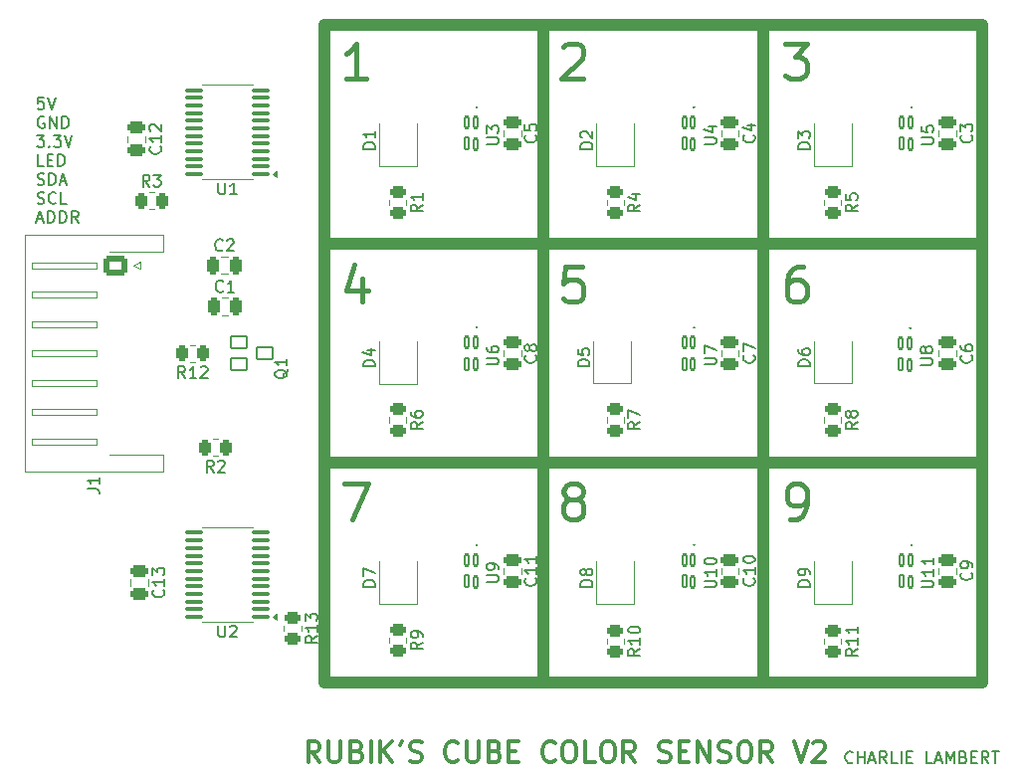
<source format=gbr>
G04 #@! TF.GenerationSoftware,KiCad,Pcbnew,8.0.0*
G04 #@! TF.CreationDate,2025-07-03T23:16:26-06:00*
G04 #@! TF.ProjectId,Color Sensor,436f6c6f-7220-4536-956e-736f722e6b69,rev?*
G04 #@! TF.SameCoordinates,Original*
G04 #@! TF.FileFunction,Legend,Top*
G04 #@! TF.FilePolarity,Positive*
%FSLAX46Y46*%
G04 Gerber Fmt 4.6, Leading zero omitted, Abs format (unit mm)*
G04 Created by KiCad (PCBNEW 8.0.0) date 2025-07-03 23:16:26*
%MOMM*%
%LPD*%
G01*
G04 APERTURE LIST*
G04 Aperture macros list*
%AMRoundRect*
0 Rectangle with rounded corners*
0 $1 Rounding radius*
0 $2 $3 $4 $5 $6 $7 $8 $9 X,Y pos of 4 corners*
0 Add a 4 corners polygon primitive as box body*
4,1,4,$2,$3,$4,$5,$6,$7,$8,$9,$2,$3,0*
0 Add four circle primitives for the rounded corners*
1,1,$1+$1,$2,$3*
1,1,$1+$1,$4,$5*
1,1,$1+$1,$6,$7*
1,1,$1+$1,$8,$9*
0 Add four rect primitives between the rounded corners*
20,1,$1+$1,$2,$3,$4,$5,0*
20,1,$1+$1,$4,$5,$6,$7,0*
20,1,$1+$1,$6,$7,$8,$9,0*
20,1,$1+$1,$8,$9,$2,$3,0*%
G04 Aperture macros list end*
%ADD10C,0.150000*%
%ADD11C,0.100000*%
%ADD12C,1.000000*%
%ADD13C,0.400000*%
%ADD14C,0.300000*%
%ADD15C,0.200000*%
%ADD16C,0.127000*%
%ADD17C,0.120000*%
%ADD18RoundRect,0.102000X-0.175000X0.450000X-0.175000X-0.450000X0.175000X-0.450000X0.175000X0.450000X0*%
%ADD19RoundRect,0.102000X-0.175000X0.500000X-0.175000X-0.500000X0.175000X-0.500000X0.175000X0.500000X0*%
%ADD20R,2.200000X2.200000*%
%ADD21R,2.200000X1.250000*%
%ADD22RoundRect,0.250000X-0.475000X0.250000X-0.475000X-0.250000X0.475000X-0.250000X0.475000X0.250000X0*%
%ADD23RoundRect,0.250000X-0.450000X0.262500X-0.450000X-0.262500X0.450000X-0.262500X0.450000X0.262500X0*%
%ADD24RoundRect,0.250000X-0.250000X-0.475000X0.250000X-0.475000X0.250000X0.475000X-0.250000X0.475000X0*%
%ADD25RoundRect,0.100000X0.637500X0.100000X-0.637500X0.100000X-0.637500X-0.100000X0.637500X-0.100000X0*%
%ADD26RoundRect,0.250000X0.262500X0.450000X-0.262500X0.450000X-0.262500X-0.450000X0.262500X-0.450000X0*%
%ADD27RoundRect,0.102000X-0.700000X0.500000X-0.700000X-0.500000X0.700000X-0.500000X0.700000X0.500000X0*%
%ADD28O,1.950000X1.700000*%
%ADD29RoundRect,0.250000X-0.725000X0.600000X-0.725000X-0.600000X0.725000X-0.600000X0.725000X0.600000X0*%
%ADD30RoundRect,0.250000X-0.262500X-0.450000X0.262500X-0.450000X0.262500X0.450000X-0.262500X0.450000X0*%
G04 APERTURE END LIST*
D10*
X95762969Y-67960155D02*
X95286779Y-67960155D01*
X95286779Y-67960155D02*
X95239160Y-68436345D01*
X95239160Y-68436345D02*
X95286779Y-68388726D01*
X95286779Y-68388726D02*
X95382017Y-68341107D01*
X95382017Y-68341107D02*
X95620112Y-68341107D01*
X95620112Y-68341107D02*
X95715350Y-68388726D01*
X95715350Y-68388726D02*
X95762969Y-68436345D01*
X95762969Y-68436345D02*
X95810588Y-68531583D01*
X95810588Y-68531583D02*
X95810588Y-68769678D01*
X95810588Y-68769678D02*
X95762969Y-68864916D01*
X95762969Y-68864916D02*
X95715350Y-68912536D01*
X95715350Y-68912536D02*
X95620112Y-68960155D01*
X95620112Y-68960155D02*
X95382017Y-68960155D01*
X95382017Y-68960155D02*
X95286779Y-68912536D01*
X95286779Y-68912536D02*
X95239160Y-68864916D01*
X96096303Y-67960155D02*
X96429636Y-68960155D01*
X96429636Y-68960155D02*
X96762969Y-67960155D01*
X95810588Y-69617718D02*
X95715350Y-69570099D01*
X95715350Y-69570099D02*
X95572493Y-69570099D01*
X95572493Y-69570099D02*
X95429636Y-69617718D01*
X95429636Y-69617718D02*
X95334398Y-69712956D01*
X95334398Y-69712956D02*
X95286779Y-69808194D01*
X95286779Y-69808194D02*
X95239160Y-69998670D01*
X95239160Y-69998670D02*
X95239160Y-70141527D01*
X95239160Y-70141527D02*
X95286779Y-70332003D01*
X95286779Y-70332003D02*
X95334398Y-70427241D01*
X95334398Y-70427241D02*
X95429636Y-70522480D01*
X95429636Y-70522480D02*
X95572493Y-70570099D01*
X95572493Y-70570099D02*
X95667731Y-70570099D01*
X95667731Y-70570099D02*
X95810588Y-70522480D01*
X95810588Y-70522480D02*
X95858207Y-70474860D01*
X95858207Y-70474860D02*
X95858207Y-70141527D01*
X95858207Y-70141527D02*
X95667731Y-70141527D01*
X96286779Y-70570099D02*
X96286779Y-69570099D01*
X96286779Y-69570099D02*
X96858207Y-70570099D01*
X96858207Y-70570099D02*
X96858207Y-69570099D01*
X97334398Y-70570099D02*
X97334398Y-69570099D01*
X97334398Y-69570099D02*
X97572493Y-69570099D01*
X97572493Y-69570099D02*
X97715350Y-69617718D01*
X97715350Y-69617718D02*
X97810588Y-69712956D01*
X97810588Y-69712956D02*
X97858207Y-69808194D01*
X97858207Y-69808194D02*
X97905826Y-69998670D01*
X97905826Y-69998670D02*
X97905826Y-70141527D01*
X97905826Y-70141527D02*
X97858207Y-70332003D01*
X97858207Y-70332003D02*
X97810588Y-70427241D01*
X97810588Y-70427241D02*
X97715350Y-70522480D01*
X97715350Y-70522480D02*
X97572493Y-70570099D01*
X97572493Y-70570099D02*
X97334398Y-70570099D01*
X95191541Y-71180043D02*
X95810588Y-71180043D01*
X95810588Y-71180043D02*
X95477255Y-71560995D01*
X95477255Y-71560995D02*
X95620112Y-71560995D01*
X95620112Y-71560995D02*
X95715350Y-71608614D01*
X95715350Y-71608614D02*
X95762969Y-71656233D01*
X95762969Y-71656233D02*
X95810588Y-71751471D01*
X95810588Y-71751471D02*
X95810588Y-71989566D01*
X95810588Y-71989566D02*
X95762969Y-72084804D01*
X95762969Y-72084804D02*
X95715350Y-72132424D01*
X95715350Y-72132424D02*
X95620112Y-72180043D01*
X95620112Y-72180043D02*
X95334398Y-72180043D01*
X95334398Y-72180043D02*
X95239160Y-72132424D01*
X95239160Y-72132424D02*
X95191541Y-72084804D01*
X96239160Y-72084804D02*
X96286779Y-72132424D01*
X96286779Y-72132424D02*
X96239160Y-72180043D01*
X96239160Y-72180043D02*
X96191541Y-72132424D01*
X96191541Y-72132424D02*
X96239160Y-72084804D01*
X96239160Y-72084804D02*
X96239160Y-72180043D01*
X96620112Y-71180043D02*
X97239159Y-71180043D01*
X97239159Y-71180043D02*
X96905826Y-71560995D01*
X96905826Y-71560995D02*
X97048683Y-71560995D01*
X97048683Y-71560995D02*
X97143921Y-71608614D01*
X97143921Y-71608614D02*
X97191540Y-71656233D01*
X97191540Y-71656233D02*
X97239159Y-71751471D01*
X97239159Y-71751471D02*
X97239159Y-71989566D01*
X97239159Y-71989566D02*
X97191540Y-72084804D01*
X97191540Y-72084804D02*
X97143921Y-72132424D01*
X97143921Y-72132424D02*
X97048683Y-72180043D01*
X97048683Y-72180043D02*
X96762969Y-72180043D01*
X96762969Y-72180043D02*
X96667731Y-72132424D01*
X96667731Y-72132424D02*
X96620112Y-72084804D01*
X97524874Y-71180043D02*
X97858207Y-72180043D01*
X97858207Y-72180043D02*
X98191540Y-71180043D01*
X95762969Y-73789987D02*
X95286779Y-73789987D01*
X95286779Y-73789987D02*
X95286779Y-72789987D01*
X96096303Y-73266177D02*
X96429636Y-73266177D01*
X96572493Y-73789987D02*
X96096303Y-73789987D01*
X96096303Y-73789987D02*
X96096303Y-72789987D01*
X96096303Y-72789987D02*
X96572493Y-72789987D01*
X97001065Y-73789987D02*
X97001065Y-72789987D01*
X97001065Y-72789987D02*
X97239160Y-72789987D01*
X97239160Y-72789987D02*
X97382017Y-72837606D01*
X97382017Y-72837606D02*
X97477255Y-72932844D01*
X97477255Y-72932844D02*
X97524874Y-73028082D01*
X97524874Y-73028082D02*
X97572493Y-73218558D01*
X97572493Y-73218558D02*
X97572493Y-73361415D01*
X97572493Y-73361415D02*
X97524874Y-73551891D01*
X97524874Y-73551891D02*
X97477255Y-73647129D01*
X97477255Y-73647129D02*
X97382017Y-73742368D01*
X97382017Y-73742368D02*
X97239160Y-73789987D01*
X97239160Y-73789987D02*
X97001065Y-73789987D01*
X95239160Y-75352312D02*
X95382017Y-75399931D01*
X95382017Y-75399931D02*
X95620112Y-75399931D01*
X95620112Y-75399931D02*
X95715350Y-75352312D01*
X95715350Y-75352312D02*
X95762969Y-75304692D01*
X95762969Y-75304692D02*
X95810588Y-75209454D01*
X95810588Y-75209454D02*
X95810588Y-75114216D01*
X95810588Y-75114216D02*
X95762969Y-75018978D01*
X95762969Y-75018978D02*
X95715350Y-74971359D01*
X95715350Y-74971359D02*
X95620112Y-74923740D01*
X95620112Y-74923740D02*
X95429636Y-74876121D01*
X95429636Y-74876121D02*
X95334398Y-74828502D01*
X95334398Y-74828502D02*
X95286779Y-74780883D01*
X95286779Y-74780883D02*
X95239160Y-74685645D01*
X95239160Y-74685645D02*
X95239160Y-74590407D01*
X95239160Y-74590407D02*
X95286779Y-74495169D01*
X95286779Y-74495169D02*
X95334398Y-74447550D01*
X95334398Y-74447550D02*
X95429636Y-74399931D01*
X95429636Y-74399931D02*
X95667731Y-74399931D01*
X95667731Y-74399931D02*
X95810588Y-74447550D01*
X96239160Y-75399931D02*
X96239160Y-74399931D01*
X96239160Y-74399931D02*
X96477255Y-74399931D01*
X96477255Y-74399931D02*
X96620112Y-74447550D01*
X96620112Y-74447550D02*
X96715350Y-74542788D01*
X96715350Y-74542788D02*
X96762969Y-74638026D01*
X96762969Y-74638026D02*
X96810588Y-74828502D01*
X96810588Y-74828502D02*
X96810588Y-74971359D01*
X96810588Y-74971359D02*
X96762969Y-75161835D01*
X96762969Y-75161835D02*
X96715350Y-75257073D01*
X96715350Y-75257073D02*
X96620112Y-75352312D01*
X96620112Y-75352312D02*
X96477255Y-75399931D01*
X96477255Y-75399931D02*
X96239160Y-75399931D01*
X97191541Y-75114216D02*
X97667731Y-75114216D01*
X97096303Y-75399931D02*
X97429636Y-74399931D01*
X97429636Y-74399931D02*
X97762969Y-75399931D01*
X95239160Y-76962256D02*
X95382017Y-77009875D01*
X95382017Y-77009875D02*
X95620112Y-77009875D01*
X95620112Y-77009875D02*
X95715350Y-76962256D01*
X95715350Y-76962256D02*
X95762969Y-76914636D01*
X95762969Y-76914636D02*
X95810588Y-76819398D01*
X95810588Y-76819398D02*
X95810588Y-76724160D01*
X95810588Y-76724160D02*
X95762969Y-76628922D01*
X95762969Y-76628922D02*
X95715350Y-76581303D01*
X95715350Y-76581303D02*
X95620112Y-76533684D01*
X95620112Y-76533684D02*
X95429636Y-76486065D01*
X95429636Y-76486065D02*
X95334398Y-76438446D01*
X95334398Y-76438446D02*
X95286779Y-76390827D01*
X95286779Y-76390827D02*
X95239160Y-76295589D01*
X95239160Y-76295589D02*
X95239160Y-76200351D01*
X95239160Y-76200351D02*
X95286779Y-76105113D01*
X95286779Y-76105113D02*
X95334398Y-76057494D01*
X95334398Y-76057494D02*
X95429636Y-76009875D01*
X95429636Y-76009875D02*
X95667731Y-76009875D01*
X95667731Y-76009875D02*
X95810588Y-76057494D01*
X96810588Y-76914636D02*
X96762969Y-76962256D01*
X96762969Y-76962256D02*
X96620112Y-77009875D01*
X96620112Y-77009875D02*
X96524874Y-77009875D01*
X96524874Y-77009875D02*
X96382017Y-76962256D01*
X96382017Y-76962256D02*
X96286779Y-76867017D01*
X96286779Y-76867017D02*
X96239160Y-76771779D01*
X96239160Y-76771779D02*
X96191541Y-76581303D01*
X96191541Y-76581303D02*
X96191541Y-76438446D01*
X96191541Y-76438446D02*
X96239160Y-76247970D01*
X96239160Y-76247970D02*
X96286779Y-76152732D01*
X96286779Y-76152732D02*
X96382017Y-76057494D01*
X96382017Y-76057494D02*
X96524874Y-76009875D01*
X96524874Y-76009875D02*
X96620112Y-76009875D01*
X96620112Y-76009875D02*
X96762969Y-76057494D01*
X96762969Y-76057494D02*
X96810588Y-76105113D01*
X97715350Y-77009875D02*
X97239160Y-77009875D01*
X97239160Y-77009875D02*
X97239160Y-76009875D01*
X95239160Y-78334104D02*
X95715350Y-78334104D01*
X95143922Y-78619819D02*
X95477255Y-77619819D01*
X95477255Y-77619819D02*
X95810588Y-78619819D01*
X96143922Y-78619819D02*
X96143922Y-77619819D01*
X96143922Y-77619819D02*
X96382017Y-77619819D01*
X96382017Y-77619819D02*
X96524874Y-77667438D01*
X96524874Y-77667438D02*
X96620112Y-77762676D01*
X96620112Y-77762676D02*
X96667731Y-77857914D01*
X96667731Y-77857914D02*
X96715350Y-78048390D01*
X96715350Y-78048390D02*
X96715350Y-78191247D01*
X96715350Y-78191247D02*
X96667731Y-78381723D01*
X96667731Y-78381723D02*
X96620112Y-78476961D01*
X96620112Y-78476961D02*
X96524874Y-78572200D01*
X96524874Y-78572200D02*
X96382017Y-78619819D01*
X96382017Y-78619819D02*
X96143922Y-78619819D01*
X97143922Y-78619819D02*
X97143922Y-77619819D01*
X97143922Y-77619819D02*
X97382017Y-77619819D01*
X97382017Y-77619819D02*
X97524874Y-77667438D01*
X97524874Y-77667438D02*
X97620112Y-77762676D01*
X97620112Y-77762676D02*
X97667731Y-77857914D01*
X97667731Y-77857914D02*
X97715350Y-78048390D01*
X97715350Y-78048390D02*
X97715350Y-78191247D01*
X97715350Y-78191247D02*
X97667731Y-78381723D01*
X97667731Y-78381723D02*
X97620112Y-78476961D01*
X97620112Y-78476961D02*
X97524874Y-78572200D01*
X97524874Y-78572200D02*
X97382017Y-78619819D01*
X97382017Y-78619819D02*
X97143922Y-78619819D01*
X98715350Y-78619819D02*
X98382017Y-78143628D01*
X98143922Y-78619819D02*
X98143922Y-77619819D01*
X98143922Y-77619819D02*
X98524874Y-77619819D01*
X98524874Y-77619819D02*
X98620112Y-77667438D01*
X98620112Y-77667438D02*
X98667731Y-77715057D01*
X98667731Y-77715057D02*
X98715350Y-77810295D01*
X98715350Y-77810295D02*
X98715350Y-77953152D01*
X98715350Y-77953152D02*
X98667731Y-78048390D01*
X98667731Y-78048390D02*
X98620112Y-78096009D01*
X98620112Y-78096009D02*
X98524874Y-78143628D01*
X98524874Y-78143628D02*
X98143922Y-78143628D01*
D11*
X119650000Y-61750000D02*
X175650000Y-61750000D01*
X175650000Y-117750000D01*
X119650000Y-117750000D01*
X119650000Y-61750000D01*
D12*
X119650000Y-99083333D02*
X175650000Y-99083333D01*
X175650000Y-117750000D01*
X119650000Y-117750000D01*
X119650000Y-99083333D01*
X156983333Y-61750000D02*
X175650000Y-61750000D01*
X175650000Y-117750000D01*
X156983333Y-117750000D01*
X156983333Y-61750000D01*
X119650000Y-61750000D02*
X175650000Y-61750000D01*
X175650000Y-80416667D01*
X119650000Y-80416667D01*
X119650000Y-61750000D01*
X119650000Y-61750000D02*
X138316667Y-61750000D01*
X138316667Y-117750000D01*
X119650000Y-117750000D01*
X119650000Y-61750000D01*
D13*
X158841728Y-63362057D02*
X160698871Y-63362057D01*
X160698871Y-63362057D02*
X159698871Y-64504914D01*
X159698871Y-64504914D02*
X160127442Y-64504914D01*
X160127442Y-64504914D02*
X160413157Y-64647771D01*
X160413157Y-64647771D02*
X160556014Y-64790628D01*
X160556014Y-64790628D02*
X160698871Y-65076342D01*
X160698871Y-65076342D02*
X160698871Y-65790628D01*
X160698871Y-65790628D02*
X160556014Y-66076342D01*
X160556014Y-66076342D02*
X160413157Y-66219200D01*
X160413157Y-66219200D02*
X160127442Y-66362057D01*
X160127442Y-66362057D02*
X159270299Y-66362057D01*
X159270299Y-66362057D02*
X158984585Y-66219200D01*
X158984585Y-66219200D02*
X158841728Y-66076342D01*
X159270299Y-103862057D02*
X159841728Y-103862057D01*
X159841728Y-103862057D02*
X160127442Y-103719200D01*
X160127442Y-103719200D02*
X160270299Y-103576342D01*
X160270299Y-103576342D02*
X160556014Y-103147771D01*
X160556014Y-103147771D02*
X160698871Y-102576342D01*
X160698871Y-102576342D02*
X160698871Y-101433485D01*
X160698871Y-101433485D02*
X160556014Y-101147771D01*
X160556014Y-101147771D02*
X160413157Y-101004914D01*
X160413157Y-101004914D02*
X160127442Y-100862057D01*
X160127442Y-100862057D02*
X159556014Y-100862057D01*
X159556014Y-100862057D02*
X159270299Y-101004914D01*
X159270299Y-101004914D02*
X159127442Y-101147771D01*
X159127442Y-101147771D02*
X158984585Y-101433485D01*
X158984585Y-101433485D02*
X158984585Y-102147771D01*
X158984585Y-102147771D02*
X159127442Y-102433485D01*
X159127442Y-102433485D02*
X159270299Y-102576342D01*
X159270299Y-102576342D02*
X159556014Y-102719200D01*
X159556014Y-102719200D02*
X160127442Y-102719200D01*
X160127442Y-102719200D02*
X160413157Y-102576342D01*
X160413157Y-102576342D02*
X160556014Y-102433485D01*
X160556014Y-102433485D02*
X160698871Y-102147771D01*
X123198871Y-66362057D02*
X121484585Y-66362057D01*
X122341728Y-66362057D02*
X122341728Y-63362057D01*
X122341728Y-63362057D02*
X122056014Y-63790628D01*
X122056014Y-63790628D02*
X121770299Y-64076342D01*
X121770299Y-64076342D02*
X121484585Y-64219200D01*
X139984585Y-63647771D02*
X140127442Y-63504914D01*
X140127442Y-63504914D02*
X140413157Y-63362057D01*
X140413157Y-63362057D02*
X141127442Y-63362057D01*
X141127442Y-63362057D02*
X141413157Y-63504914D01*
X141413157Y-63504914D02*
X141556014Y-63647771D01*
X141556014Y-63647771D02*
X141698871Y-63933485D01*
X141698871Y-63933485D02*
X141698871Y-64219200D01*
X141698871Y-64219200D02*
X141556014Y-64647771D01*
X141556014Y-64647771D02*
X139841728Y-66362057D01*
X139841728Y-66362057D02*
X141698871Y-66362057D01*
X160413157Y-82362057D02*
X159841728Y-82362057D01*
X159841728Y-82362057D02*
X159556014Y-82504914D01*
X159556014Y-82504914D02*
X159413157Y-82647771D01*
X159413157Y-82647771D02*
X159127442Y-83076342D01*
X159127442Y-83076342D02*
X158984585Y-83647771D01*
X158984585Y-83647771D02*
X158984585Y-84790628D01*
X158984585Y-84790628D02*
X159127442Y-85076342D01*
X159127442Y-85076342D02*
X159270299Y-85219200D01*
X159270299Y-85219200D02*
X159556014Y-85362057D01*
X159556014Y-85362057D02*
X160127442Y-85362057D01*
X160127442Y-85362057D02*
X160413157Y-85219200D01*
X160413157Y-85219200D02*
X160556014Y-85076342D01*
X160556014Y-85076342D02*
X160698871Y-84790628D01*
X160698871Y-84790628D02*
X160698871Y-84076342D01*
X160698871Y-84076342D02*
X160556014Y-83790628D01*
X160556014Y-83790628D02*
X160413157Y-83647771D01*
X160413157Y-83647771D02*
X160127442Y-83504914D01*
X160127442Y-83504914D02*
X159556014Y-83504914D01*
X159556014Y-83504914D02*
X159270299Y-83647771D01*
X159270299Y-83647771D02*
X159127442Y-83790628D01*
X159127442Y-83790628D02*
X158984585Y-84076342D01*
D14*
X119264034Y-124520234D02*
X118680701Y-123686901D01*
X118264034Y-124520234D02*
X118264034Y-122770234D01*
X118264034Y-122770234D02*
X118930701Y-122770234D01*
X118930701Y-122770234D02*
X119097368Y-122853567D01*
X119097368Y-122853567D02*
X119180701Y-122936901D01*
X119180701Y-122936901D02*
X119264034Y-123103567D01*
X119264034Y-123103567D02*
X119264034Y-123353567D01*
X119264034Y-123353567D02*
X119180701Y-123520234D01*
X119180701Y-123520234D02*
X119097368Y-123603567D01*
X119097368Y-123603567D02*
X118930701Y-123686901D01*
X118930701Y-123686901D02*
X118264034Y-123686901D01*
X120014034Y-122770234D02*
X120014034Y-124186901D01*
X120014034Y-124186901D02*
X120097368Y-124353567D01*
X120097368Y-124353567D02*
X120180701Y-124436901D01*
X120180701Y-124436901D02*
X120347368Y-124520234D01*
X120347368Y-124520234D02*
X120680701Y-124520234D01*
X120680701Y-124520234D02*
X120847368Y-124436901D01*
X120847368Y-124436901D02*
X120930701Y-124353567D01*
X120930701Y-124353567D02*
X121014034Y-124186901D01*
X121014034Y-124186901D02*
X121014034Y-122770234D01*
X122430701Y-123603567D02*
X122680701Y-123686901D01*
X122680701Y-123686901D02*
X122764034Y-123770234D01*
X122764034Y-123770234D02*
X122847367Y-123936901D01*
X122847367Y-123936901D02*
X122847367Y-124186901D01*
X122847367Y-124186901D02*
X122764034Y-124353567D01*
X122764034Y-124353567D02*
X122680701Y-124436901D01*
X122680701Y-124436901D02*
X122514034Y-124520234D01*
X122514034Y-124520234D02*
X121847367Y-124520234D01*
X121847367Y-124520234D02*
X121847367Y-122770234D01*
X121847367Y-122770234D02*
X122430701Y-122770234D01*
X122430701Y-122770234D02*
X122597367Y-122853567D01*
X122597367Y-122853567D02*
X122680701Y-122936901D01*
X122680701Y-122936901D02*
X122764034Y-123103567D01*
X122764034Y-123103567D02*
X122764034Y-123270234D01*
X122764034Y-123270234D02*
X122680701Y-123436901D01*
X122680701Y-123436901D02*
X122597367Y-123520234D01*
X122597367Y-123520234D02*
X122430701Y-123603567D01*
X122430701Y-123603567D02*
X121847367Y-123603567D01*
X123597367Y-124520234D02*
X123597367Y-122770234D01*
X124430700Y-124520234D02*
X124430700Y-122770234D01*
X125430700Y-124520234D02*
X124680700Y-123520234D01*
X125430700Y-122770234D02*
X124430700Y-123770234D01*
X126264034Y-122770234D02*
X126097367Y-123103567D01*
X126930700Y-124436901D02*
X127180700Y-124520234D01*
X127180700Y-124520234D02*
X127597367Y-124520234D01*
X127597367Y-124520234D02*
X127764033Y-124436901D01*
X127764033Y-124436901D02*
X127847367Y-124353567D01*
X127847367Y-124353567D02*
X127930700Y-124186901D01*
X127930700Y-124186901D02*
X127930700Y-124020234D01*
X127930700Y-124020234D02*
X127847367Y-123853567D01*
X127847367Y-123853567D02*
X127764033Y-123770234D01*
X127764033Y-123770234D02*
X127597367Y-123686901D01*
X127597367Y-123686901D02*
X127264033Y-123603567D01*
X127264033Y-123603567D02*
X127097367Y-123520234D01*
X127097367Y-123520234D02*
X127014033Y-123436901D01*
X127014033Y-123436901D02*
X126930700Y-123270234D01*
X126930700Y-123270234D02*
X126930700Y-123103567D01*
X126930700Y-123103567D02*
X127014033Y-122936901D01*
X127014033Y-122936901D02*
X127097367Y-122853567D01*
X127097367Y-122853567D02*
X127264033Y-122770234D01*
X127264033Y-122770234D02*
X127680700Y-122770234D01*
X127680700Y-122770234D02*
X127930700Y-122853567D01*
X131014033Y-124353567D02*
X130930700Y-124436901D01*
X130930700Y-124436901D02*
X130680700Y-124520234D01*
X130680700Y-124520234D02*
X130514033Y-124520234D01*
X130514033Y-124520234D02*
X130264033Y-124436901D01*
X130264033Y-124436901D02*
X130097367Y-124270234D01*
X130097367Y-124270234D02*
X130014033Y-124103567D01*
X130014033Y-124103567D02*
X129930700Y-123770234D01*
X129930700Y-123770234D02*
X129930700Y-123520234D01*
X129930700Y-123520234D02*
X130014033Y-123186901D01*
X130014033Y-123186901D02*
X130097367Y-123020234D01*
X130097367Y-123020234D02*
X130264033Y-122853567D01*
X130264033Y-122853567D02*
X130514033Y-122770234D01*
X130514033Y-122770234D02*
X130680700Y-122770234D01*
X130680700Y-122770234D02*
X130930700Y-122853567D01*
X130930700Y-122853567D02*
X131014033Y-122936901D01*
X131764033Y-122770234D02*
X131764033Y-124186901D01*
X131764033Y-124186901D02*
X131847367Y-124353567D01*
X131847367Y-124353567D02*
X131930700Y-124436901D01*
X131930700Y-124436901D02*
X132097367Y-124520234D01*
X132097367Y-124520234D02*
X132430700Y-124520234D01*
X132430700Y-124520234D02*
X132597367Y-124436901D01*
X132597367Y-124436901D02*
X132680700Y-124353567D01*
X132680700Y-124353567D02*
X132764033Y-124186901D01*
X132764033Y-124186901D02*
X132764033Y-122770234D01*
X134180700Y-123603567D02*
X134430700Y-123686901D01*
X134430700Y-123686901D02*
X134514033Y-123770234D01*
X134514033Y-123770234D02*
X134597366Y-123936901D01*
X134597366Y-123936901D02*
X134597366Y-124186901D01*
X134597366Y-124186901D02*
X134514033Y-124353567D01*
X134514033Y-124353567D02*
X134430700Y-124436901D01*
X134430700Y-124436901D02*
X134264033Y-124520234D01*
X134264033Y-124520234D02*
X133597366Y-124520234D01*
X133597366Y-124520234D02*
X133597366Y-122770234D01*
X133597366Y-122770234D02*
X134180700Y-122770234D01*
X134180700Y-122770234D02*
X134347366Y-122853567D01*
X134347366Y-122853567D02*
X134430700Y-122936901D01*
X134430700Y-122936901D02*
X134514033Y-123103567D01*
X134514033Y-123103567D02*
X134514033Y-123270234D01*
X134514033Y-123270234D02*
X134430700Y-123436901D01*
X134430700Y-123436901D02*
X134347366Y-123520234D01*
X134347366Y-123520234D02*
X134180700Y-123603567D01*
X134180700Y-123603567D02*
X133597366Y-123603567D01*
X135347366Y-123603567D02*
X135930700Y-123603567D01*
X136180700Y-124520234D02*
X135347366Y-124520234D01*
X135347366Y-124520234D02*
X135347366Y-122770234D01*
X135347366Y-122770234D02*
X136180700Y-122770234D01*
X139264032Y-124353567D02*
X139180699Y-124436901D01*
X139180699Y-124436901D02*
X138930699Y-124520234D01*
X138930699Y-124520234D02*
X138764032Y-124520234D01*
X138764032Y-124520234D02*
X138514032Y-124436901D01*
X138514032Y-124436901D02*
X138347366Y-124270234D01*
X138347366Y-124270234D02*
X138264032Y-124103567D01*
X138264032Y-124103567D02*
X138180699Y-123770234D01*
X138180699Y-123770234D02*
X138180699Y-123520234D01*
X138180699Y-123520234D02*
X138264032Y-123186901D01*
X138264032Y-123186901D02*
X138347366Y-123020234D01*
X138347366Y-123020234D02*
X138514032Y-122853567D01*
X138514032Y-122853567D02*
X138764032Y-122770234D01*
X138764032Y-122770234D02*
X138930699Y-122770234D01*
X138930699Y-122770234D02*
X139180699Y-122853567D01*
X139180699Y-122853567D02*
X139264032Y-122936901D01*
X140347366Y-122770234D02*
X140680699Y-122770234D01*
X140680699Y-122770234D02*
X140847366Y-122853567D01*
X140847366Y-122853567D02*
X141014032Y-123020234D01*
X141014032Y-123020234D02*
X141097366Y-123353567D01*
X141097366Y-123353567D02*
X141097366Y-123936901D01*
X141097366Y-123936901D02*
X141014032Y-124270234D01*
X141014032Y-124270234D02*
X140847366Y-124436901D01*
X140847366Y-124436901D02*
X140680699Y-124520234D01*
X140680699Y-124520234D02*
X140347366Y-124520234D01*
X140347366Y-124520234D02*
X140180699Y-124436901D01*
X140180699Y-124436901D02*
X140014032Y-124270234D01*
X140014032Y-124270234D02*
X139930699Y-123936901D01*
X139930699Y-123936901D02*
X139930699Y-123353567D01*
X139930699Y-123353567D02*
X140014032Y-123020234D01*
X140014032Y-123020234D02*
X140180699Y-122853567D01*
X140180699Y-122853567D02*
X140347366Y-122770234D01*
X142680699Y-124520234D02*
X141847365Y-124520234D01*
X141847365Y-124520234D02*
X141847365Y-122770234D01*
X143597366Y-122770234D02*
X143930699Y-122770234D01*
X143930699Y-122770234D02*
X144097366Y-122853567D01*
X144097366Y-122853567D02*
X144264032Y-123020234D01*
X144264032Y-123020234D02*
X144347366Y-123353567D01*
X144347366Y-123353567D02*
X144347366Y-123936901D01*
X144347366Y-123936901D02*
X144264032Y-124270234D01*
X144264032Y-124270234D02*
X144097366Y-124436901D01*
X144097366Y-124436901D02*
X143930699Y-124520234D01*
X143930699Y-124520234D02*
X143597366Y-124520234D01*
X143597366Y-124520234D02*
X143430699Y-124436901D01*
X143430699Y-124436901D02*
X143264032Y-124270234D01*
X143264032Y-124270234D02*
X143180699Y-123936901D01*
X143180699Y-123936901D02*
X143180699Y-123353567D01*
X143180699Y-123353567D02*
X143264032Y-123020234D01*
X143264032Y-123020234D02*
X143430699Y-122853567D01*
X143430699Y-122853567D02*
X143597366Y-122770234D01*
X146097365Y-124520234D02*
X145514032Y-123686901D01*
X145097365Y-124520234D02*
X145097365Y-122770234D01*
X145097365Y-122770234D02*
X145764032Y-122770234D01*
X145764032Y-122770234D02*
X145930699Y-122853567D01*
X145930699Y-122853567D02*
X146014032Y-122936901D01*
X146014032Y-122936901D02*
X146097365Y-123103567D01*
X146097365Y-123103567D02*
X146097365Y-123353567D01*
X146097365Y-123353567D02*
X146014032Y-123520234D01*
X146014032Y-123520234D02*
X145930699Y-123603567D01*
X145930699Y-123603567D02*
X145764032Y-123686901D01*
X145764032Y-123686901D02*
X145097365Y-123686901D01*
X148097365Y-124436901D02*
X148347365Y-124520234D01*
X148347365Y-124520234D02*
X148764032Y-124520234D01*
X148764032Y-124520234D02*
X148930698Y-124436901D01*
X148930698Y-124436901D02*
X149014032Y-124353567D01*
X149014032Y-124353567D02*
X149097365Y-124186901D01*
X149097365Y-124186901D02*
X149097365Y-124020234D01*
X149097365Y-124020234D02*
X149014032Y-123853567D01*
X149014032Y-123853567D02*
X148930698Y-123770234D01*
X148930698Y-123770234D02*
X148764032Y-123686901D01*
X148764032Y-123686901D02*
X148430698Y-123603567D01*
X148430698Y-123603567D02*
X148264032Y-123520234D01*
X148264032Y-123520234D02*
X148180698Y-123436901D01*
X148180698Y-123436901D02*
X148097365Y-123270234D01*
X148097365Y-123270234D02*
X148097365Y-123103567D01*
X148097365Y-123103567D02*
X148180698Y-122936901D01*
X148180698Y-122936901D02*
X148264032Y-122853567D01*
X148264032Y-122853567D02*
X148430698Y-122770234D01*
X148430698Y-122770234D02*
X148847365Y-122770234D01*
X148847365Y-122770234D02*
X149097365Y-122853567D01*
X149847365Y-123603567D02*
X150430699Y-123603567D01*
X150680699Y-124520234D02*
X149847365Y-124520234D01*
X149847365Y-124520234D02*
X149847365Y-122770234D01*
X149847365Y-122770234D02*
X150680699Y-122770234D01*
X151430698Y-124520234D02*
X151430698Y-122770234D01*
X151430698Y-122770234D02*
X152430698Y-124520234D01*
X152430698Y-124520234D02*
X152430698Y-122770234D01*
X153180698Y-124436901D02*
X153430698Y-124520234D01*
X153430698Y-124520234D02*
X153847365Y-124520234D01*
X153847365Y-124520234D02*
X154014031Y-124436901D01*
X154014031Y-124436901D02*
X154097365Y-124353567D01*
X154097365Y-124353567D02*
X154180698Y-124186901D01*
X154180698Y-124186901D02*
X154180698Y-124020234D01*
X154180698Y-124020234D02*
X154097365Y-123853567D01*
X154097365Y-123853567D02*
X154014031Y-123770234D01*
X154014031Y-123770234D02*
X153847365Y-123686901D01*
X153847365Y-123686901D02*
X153514031Y-123603567D01*
X153514031Y-123603567D02*
X153347365Y-123520234D01*
X153347365Y-123520234D02*
X153264031Y-123436901D01*
X153264031Y-123436901D02*
X153180698Y-123270234D01*
X153180698Y-123270234D02*
X153180698Y-123103567D01*
X153180698Y-123103567D02*
X153264031Y-122936901D01*
X153264031Y-122936901D02*
X153347365Y-122853567D01*
X153347365Y-122853567D02*
X153514031Y-122770234D01*
X153514031Y-122770234D02*
X153930698Y-122770234D01*
X153930698Y-122770234D02*
X154180698Y-122853567D01*
X155264032Y-122770234D02*
X155597365Y-122770234D01*
X155597365Y-122770234D02*
X155764032Y-122853567D01*
X155764032Y-122853567D02*
X155930698Y-123020234D01*
X155930698Y-123020234D02*
X156014032Y-123353567D01*
X156014032Y-123353567D02*
X156014032Y-123936901D01*
X156014032Y-123936901D02*
X155930698Y-124270234D01*
X155930698Y-124270234D02*
X155764032Y-124436901D01*
X155764032Y-124436901D02*
X155597365Y-124520234D01*
X155597365Y-124520234D02*
X155264032Y-124520234D01*
X155264032Y-124520234D02*
X155097365Y-124436901D01*
X155097365Y-124436901D02*
X154930698Y-124270234D01*
X154930698Y-124270234D02*
X154847365Y-123936901D01*
X154847365Y-123936901D02*
X154847365Y-123353567D01*
X154847365Y-123353567D02*
X154930698Y-123020234D01*
X154930698Y-123020234D02*
X155097365Y-122853567D01*
X155097365Y-122853567D02*
X155264032Y-122770234D01*
X157764031Y-124520234D02*
X157180698Y-123686901D01*
X156764031Y-124520234D02*
X156764031Y-122770234D01*
X156764031Y-122770234D02*
X157430698Y-122770234D01*
X157430698Y-122770234D02*
X157597365Y-122853567D01*
X157597365Y-122853567D02*
X157680698Y-122936901D01*
X157680698Y-122936901D02*
X157764031Y-123103567D01*
X157764031Y-123103567D02*
X157764031Y-123353567D01*
X157764031Y-123353567D02*
X157680698Y-123520234D01*
X157680698Y-123520234D02*
X157597365Y-123603567D01*
X157597365Y-123603567D02*
X157430698Y-123686901D01*
X157430698Y-123686901D02*
X156764031Y-123686901D01*
X159597364Y-122770234D02*
X160180698Y-124520234D01*
X160180698Y-124520234D02*
X160764031Y-122770234D01*
X161264031Y-122936901D02*
X161347364Y-122853567D01*
X161347364Y-122853567D02*
X161514031Y-122770234D01*
X161514031Y-122770234D02*
X161930698Y-122770234D01*
X161930698Y-122770234D02*
X162097364Y-122853567D01*
X162097364Y-122853567D02*
X162180698Y-122936901D01*
X162180698Y-122936901D02*
X162264031Y-123103567D01*
X162264031Y-123103567D02*
X162264031Y-123270234D01*
X162264031Y-123270234D02*
X162180698Y-123520234D01*
X162180698Y-123520234D02*
X161180698Y-124520234D01*
X161180698Y-124520234D02*
X162264031Y-124520234D01*
D15*
X164591101Y-124521980D02*
X164543482Y-124569600D01*
X164543482Y-124569600D02*
X164400625Y-124617219D01*
X164400625Y-124617219D02*
X164305387Y-124617219D01*
X164305387Y-124617219D02*
X164162530Y-124569600D01*
X164162530Y-124569600D02*
X164067292Y-124474361D01*
X164067292Y-124474361D02*
X164019673Y-124379123D01*
X164019673Y-124379123D02*
X163972054Y-124188647D01*
X163972054Y-124188647D02*
X163972054Y-124045790D01*
X163972054Y-124045790D02*
X164019673Y-123855314D01*
X164019673Y-123855314D02*
X164067292Y-123760076D01*
X164067292Y-123760076D02*
X164162530Y-123664838D01*
X164162530Y-123664838D02*
X164305387Y-123617219D01*
X164305387Y-123617219D02*
X164400625Y-123617219D01*
X164400625Y-123617219D02*
X164543482Y-123664838D01*
X164543482Y-123664838D02*
X164591101Y-123712457D01*
X165019673Y-124617219D02*
X165019673Y-123617219D01*
X165019673Y-124093409D02*
X165591101Y-124093409D01*
X165591101Y-124617219D02*
X165591101Y-123617219D01*
X166019673Y-124331504D02*
X166495863Y-124331504D01*
X165924435Y-124617219D02*
X166257768Y-123617219D01*
X166257768Y-123617219D02*
X166591101Y-124617219D01*
X167495863Y-124617219D02*
X167162530Y-124141028D01*
X166924435Y-124617219D02*
X166924435Y-123617219D01*
X166924435Y-123617219D02*
X167305387Y-123617219D01*
X167305387Y-123617219D02*
X167400625Y-123664838D01*
X167400625Y-123664838D02*
X167448244Y-123712457D01*
X167448244Y-123712457D02*
X167495863Y-123807695D01*
X167495863Y-123807695D02*
X167495863Y-123950552D01*
X167495863Y-123950552D02*
X167448244Y-124045790D01*
X167448244Y-124045790D02*
X167400625Y-124093409D01*
X167400625Y-124093409D02*
X167305387Y-124141028D01*
X167305387Y-124141028D02*
X166924435Y-124141028D01*
X168400625Y-124617219D02*
X167924435Y-124617219D01*
X167924435Y-124617219D02*
X167924435Y-123617219D01*
X168733959Y-124617219D02*
X168733959Y-123617219D01*
X169210149Y-124093409D02*
X169543482Y-124093409D01*
X169686339Y-124617219D02*
X169210149Y-124617219D01*
X169210149Y-124617219D02*
X169210149Y-123617219D01*
X169210149Y-123617219D02*
X169686339Y-123617219D01*
X171353006Y-124617219D02*
X170876816Y-124617219D01*
X170876816Y-124617219D02*
X170876816Y-123617219D01*
X171638721Y-124331504D02*
X172114911Y-124331504D01*
X171543483Y-124617219D02*
X171876816Y-123617219D01*
X171876816Y-123617219D02*
X172210149Y-124617219D01*
X172543483Y-124617219D02*
X172543483Y-123617219D01*
X172543483Y-123617219D02*
X172876816Y-124331504D01*
X172876816Y-124331504D02*
X173210149Y-123617219D01*
X173210149Y-123617219D02*
X173210149Y-124617219D01*
X174019673Y-124093409D02*
X174162530Y-124141028D01*
X174162530Y-124141028D02*
X174210149Y-124188647D01*
X174210149Y-124188647D02*
X174257768Y-124283885D01*
X174257768Y-124283885D02*
X174257768Y-124426742D01*
X174257768Y-124426742D02*
X174210149Y-124521980D01*
X174210149Y-124521980D02*
X174162530Y-124569600D01*
X174162530Y-124569600D02*
X174067292Y-124617219D01*
X174067292Y-124617219D02*
X173686340Y-124617219D01*
X173686340Y-124617219D02*
X173686340Y-123617219D01*
X173686340Y-123617219D02*
X174019673Y-123617219D01*
X174019673Y-123617219D02*
X174114911Y-123664838D01*
X174114911Y-123664838D02*
X174162530Y-123712457D01*
X174162530Y-123712457D02*
X174210149Y-123807695D01*
X174210149Y-123807695D02*
X174210149Y-123902933D01*
X174210149Y-123902933D02*
X174162530Y-123998171D01*
X174162530Y-123998171D02*
X174114911Y-124045790D01*
X174114911Y-124045790D02*
X174019673Y-124093409D01*
X174019673Y-124093409D02*
X173686340Y-124093409D01*
X174686340Y-124093409D02*
X175019673Y-124093409D01*
X175162530Y-124617219D02*
X174686340Y-124617219D01*
X174686340Y-124617219D02*
X174686340Y-123617219D01*
X174686340Y-123617219D02*
X175162530Y-123617219D01*
X176162530Y-124617219D02*
X175829197Y-124141028D01*
X175591102Y-124617219D02*
X175591102Y-123617219D01*
X175591102Y-123617219D02*
X175972054Y-123617219D01*
X175972054Y-123617219D02*
X176067292Y-123664838D01*
X176067292Y-123664838D02*
X176114911Y-123712457D01*
X176114911Y-123712457D02*
X176162530Y-123807695D01*
X176162530Y-123807695D02*
X176162530Y-123950552D01*
X176162530Y-123950552D02*
X176114911Y-124045790D01*
X176114911Y-124045790D02*
X176067292Y-124093409D01*
X176067292Y-124093409D02*
X175972054Y-124141028D01*
X175972054Y-124141028D02*
X175591102Y-124141028D01*
X176448245Y-123617219D02*
X177019673Y-123617219D01*
X176733959Y-124617219D02*
X176733959Y-123617219D01*
D13*
X121341728Y-100862057D02*
X123341728Y-100862057D01*
X123341728Y-100862057D02*
X122056014Y-103862057D01*
X140556014Y-102147771D02*
X140270299Y-102004914D01*
X140270299Y-102004914D02*
X140127442Y-101862057D01*
X140127442Y-101862057D02*
X139984585Y-101576342D01*
X139984585Y-101576342D02*
X139984585Y-101433485D01*
X139984585Y-101433485D02*
X140127442Y-101147771D01*
X140127442Y-101147771D02*
X140270299Y-101004914D01*
X140270299Y-101004914D02*
X140556014Y-100862057D01*
X140556014Y-100862057D02*
X141127442Y-100862057D01*
X141127442Y-100862057D02*
X141413157Y-101004914D01*
X141413157Y-101004914D02*
X141556014Y-101147771D01*
X141556014Y-101147771D02*
X141698871Y-101433485D01*
X141698871Y-101433485D02*
X141698871Y-101576342D01*
X141698871Y-101576342D02*
X141556014Y-101862057D01*
X141556014Y-101862057D02*
X141413157Y-102004914D01*
X141413157Y-102004914D02*
X141127442Y-102147771D01*
X141127442Y-102147771D02*
X140556014Y-102147771D01*
X140556014Y-102147771D02*
X140270299Y-102290628D01*
X140270299Y-102290628D02*
X140127442Y-102433485D01*
X140127442Y-102433485D02*
X139984585Y-102719200D01*
X139984585Y-102719200D02*
X139984585Y-103290628D01*
X139984585Y-103290628D02*
X140127442Y-103576342D01*
X140127442Y-103576342D02*
X140270299Y-103719200D01*
X140270299Y-103719200D02*
X140556014Y-103862057D01*
X140556014Y-103862057D02*
X141127442Y-103862057D01*
X141127442Y-103862057D02*
X141413157Y-103719200D01*
X141413157Y-103719200D02*
X141556014Y-103576342D01*
X141556014Y-103576342D02*
X141698871Y-103290628D01*
X141698871Y-103290628D02*
X141698871Y-102719200D01*
X141698871Y-102719200D02*
X141556014Y-102433485D01*
X141556014Y-102433485D02*
X141413157Y-102290628D01*
X141413157Y-102290628D02*
X141127442Y-102147771D01*
X122913157Y-83362057D02*
X122913157Y-85362057D01*
X122198871Y-82219200D02*
X121484585Y-84362057D01*
X121484585Y-84362057D02*
X123341728Y-84362057D01*
X141556014Y-82362057D02*
X140127442Y-82362057D01*
X140127442Y-82362057D02*
X139984585Y-83790628D01*
X139984585Y-83790628D02*
X140127442Y-83647771D01*
X140127442Y-83647771D02*
X140413157Y-83504914D01*
X140413157Y-83504914D02*
X141127442Y-83504914D01*
X141127442Y-83504914D02*
X141413157Y-83647771D01*
X141413157Y-83647771D02*
X141556014Y-83790628D01*
X141556014Y-83790628D02*
X141698871Y-84076342D01*
X141698871Y-84076342D02*
X141698871Y-84790628D01*
X141698871Y-84790628D02*
X141556014Y-85076342D01*
X141556014Y-85076342D02*
X141413157Y-85219200D01*
X141413157Y-85219200D02*
X141127442Y-85362057D01*
X141127442Y-85362057D02*
X140413157Y-85362057D01*
X140413157Y-85362057D02*
X140127442Y-85219200D01*
X140127442Y-85219200D02*
X139984585Y-85076342D01*
D10*
X151976836Y-71934997D02*
X152786359Y-71934997D01*
X152786359Y-71934997D02*
X152881597Y-71887378D01*
X152881597Y-71887378D02*
X152929217Y-71839759D01*
X152929217Y-71839759D02*
X152976836Y-71744521D01*
X152976836Y-71744521D02*
X152976836Y-71554045D01*
X152976836Y-71554045D02*
X152929217Y-71458807D01*
X152929217Y-71458807D02*
X152881597Y-71411188D01*
X152881597Y-71411188D02*
X152786359Y-71363569D01*
X152786359Y-71363569D02*
X151976836Y-71363569D01*
X152310169Y-70458807D02*
X152976836Y-70458807D01*
X151929217Y-70696902D02*
X152643502Y-70934997D01*
X152643502Y-70934997D02*
X152643502Y-70315950D01*
X170476836Y-71934997D02*
X171286359Y-71934997D01*
X171286359Y-71934997D02*
X171381597Y-71887378D01*
X171381597Y-71887378D02*
X171429217Y-71839759D01*
X171429217Y-71839759D02*
X171476836Y-71744521D01*
X171476836Y-71744521D02*
X171476836Y-71554045D01*
X171476836Y-71554045D02*
X171429217Y-71458807D01*
X171429217Y-71458807D02*
X171381597Y-71411188D01*
X171381597Y-71411188D02*
X171286359Y-71363569D01*
X171286359Y-71363569D02*
X170476836Y-71363569D01*
X170476836Y-70411188D02*
X170476836Y-70887378D01*
X170476836Y-70887378D02*
X170953026Y-70934997D01*
X170953026Y-70934997D02*
X170905407Y-70887378D01*
X170905407Y-70887378D02*
X170857788Y-70792140D01*
X170857788Y-70792140D02*
X170857788Y-70554045D01*
X170857788Y-70554045D02*
X170905407Y-70458807D01*
X170905407Y-70458807D02*
X170953026Y-70411188D01*
X170953026Y-70411188D02*
X171048264Y-70363569D01*
X171048264Y-70363569D02*
X171286359Y-70363569D01*
X171286359Y-70363569D02*
X171381597Y-70411188D01*
X171381597Y-70411188D02*
X171429217Y-70458807D01*
X171429217Y-70458807D02*
X171476836Y-70554045D01*
X171476836Y-70554045D02*
X171476836Y-70792140D01*
X171476836Y-70792140D02*
X171429217Y-70887378D01*
X171429217Y-70887378D02*
X171381597Y-70934997D01*
X133476836Y-90684997D02*
X134286359Y-90684997D01*
X134286359Y-90684997D02*
X134381597Y-90637378D01*
X134381597Y-90637378D02*
X134429217Y-90589759D01*
X134429217Y-90589759D02*
X134476836Y-90494521D01*
X134476836Y-90494521D02*
X134476836Y-90304045D01*
X134476836Y-90304045D02*
X134429217Y-90208807D01*
X134429217Y-90208807D02*
X134381597Y-90161188D01*
X134381597Y-90161188D02*
X134286359Y-90113569D01*
X134286359Y-90113569D02*
X133476836Y-90113569D01*
X133476836Y-89208807D02*
X133476836Y-89399283D01*
X133476836Y-89399283D02*
X133524455Y-89494521D01*
X133524455Y-89494521D02*
X133572074Y-89542140D01*
X133572074Y-89542140D02*
X133714931Y-89637378D01*
X133714931Y-89637378D02*
X133905407Y-89684997D01*
X133905407Y-89684997D02*
X134286359Y-89684997D01*
X134286359Y-89684997D02*
X134381597Y-89637378D01*
X134381597Y-89637378D02*
X134429217Y-89589759D01*
X134429217Y-89589759D02*
X134476836Y-89494521D01*
X134476836Y-89494521D02*
X134476836Y-89304045D01*
X134476836Y-89304045D02*
X134429217Y-89208807D01*
X134429217Y-89208807D02*
X134381597Y-89161188D01*
X134381597Y-89161188D02*
X134286359Y-89113569D01*
X134286359Y-89113569D02*
X134048264Y-89113569D01*
X134048264Y-89113569D02*
X133953026Y-89161188D01*
X133953026Y-89161188D02*
X133905407Y-89208807D01*
X133905407Y-89208807D02*
X133857788Y-89304045D01*
X133857788Y-89304045D02*
X133857788Y-89494521D01*
X133857788Y-89494521D02*
X133905407Y-89589759D01*
X133905407Y-89589759D02*
X133953026Y-89637378D01*
X133953026Y-89637378D02*
X134048264Y-89684997D01*
X151976836Y-90684997D02*
X152786359Y-90684997D01*
X152786359Y-90684997D02*
X152881597Y-90637378D01*
X152881597Y-90637378D02*
X152929217Y-90589759D01*
X152929217Y-90589759D02*
X152976836Y-90494521D01*
X152976836Y-90494521D02*
X152976836Y-90304045D01*
X152976836Y-90304045D02*
X152929217Y-90208807D01*
X152929217Y-90208807D02*
X152881597Y-90161188D01*
X152881597Y-90161188D02*
X152786359Y-90113569D01*
X152786359Y-90113569D02*
X151976836Y-90113569D01*
X151976836Y-89732616D02*
X151976836Y-89065950D01*
X151976836Y-89065950D02*
X152976836Y-89494521D01*
X170376836Y-90734997D02*
X171186359Y-90734997D01*
X171186359Y-90734997D02*
X171281597Y-90687378D01*
X171281597Y-90687378D02*
X171329217Y-90639759D01*
X171329217Y-90639759D02*
X171376836Y-90544521D01*
X171376836Y-90544521D02*
X171376836Y-90354045D01*
X171376836Y-90354045D02*
X171329217Y-90258807D01*
X171329217Y-90258807D02*
X171281597Y-90211188D01*
X171281597Y-90211188D02*
X171186359Y-90163569D01*
X171186359Y-90163569D02*
X170376836Y-90163569D01*
X170805407Y-89544521D02*
X170757788Y-89639759D01*
X170757788Y-89639759D02*
X170710169Y-89687378D01*
X170710169Y-89687378D02*
X170614931Y-89734997D01*
X170614931Y-89734997D02*
X170567312Y-89734997D01*
X170567312Y-89734997D02*
X170472074Y-89687378D01*
X170472074Y-89687378D02*
X170424455Y-89639759D01*
X170424455Y-89639759D02*
X170376836Y-89544521D01*
X170376836Y-89544521D02*
X170376836Y-89354045D01*
X170376836Y-89354045D02*
X170424455Y-89258807D01*
X170424455Y-89258807D02*
X170472074Y-89211188D01*
X170472074Y-89211188D02*
X170567312Y-89163569D01*
X170567312Y-89163569D02*
X170614931Y-89163569D01*
X170614931Y-89163569D02*
X170710169Y-89211188D01*
X170710169Y-89211188D02*
X170757788Y-89258807D01*
X170757788Y-89258807D02*
X170805407Y-89354045D01*
X170805407Y-89354045D02*
X170805407Y-89544521D01*
X170805407Y-89544521D02*
X170853026Y-89639759D01*
X170853026Y-89639759D02*
X170900645Y-89687378D01*
X170900645Y-89687378D02*
X170995883Y-89734997D01*
X170995883Y-89734997D02*
X171186359Y-89734997D01*
X171186359Y-89734997D02*
X171281597Y-89687378D01*
X171281597Y-89687378D02*
X171329217Y-89639759D01*
X171329217Y-89639759D02*
X171376836Y-89544521D01*
X171376836Y-89544521D02*
X171376836Y-89354045D01*
X171376836Y-89354045D02*
X171329217Y-89258807D01*
X171329217Y-89258807D02*
X171281597Y-89211188D01*
X171281597Y-89211188D02*
X171186359Y-89163569D01*
X171186359Y-89163569D02*
X170995883Y-89163569D01*
X170995883Y-89163569D02*
X170900645Y-89211188D01*
X170900645Y-89211188D02*
X170853026Y-89258807D01*
X170853026Y-89258807D02*
X170805407Y-89354045D01*
X133476836Y-109184997D02*
X134286359Y-109184997D01*
X134286359Y-109184997D02*
X134381597Y-109137378D01*
X134381597Y-109137378D02*
X134429217Y-109089759D01*
X134429217Y-109089759D02*
X134476836Y-108994521D01*
X134476836Y-108994521D02*
X134476836Y-108804045D01*
X134476836Y-108804045D02*
X134429217Y-108708807D01*
X134429217Y-108708807D02*
X134381597Y-108661188D01*
X134381597Y-108661188D02*
X134286359Y-108613569D01*
X134286359Y-108613569D02*
X133476836Y-108613569D01*
X134476836Y-108089759D02*
X134476836Y-107899283D01*
X134476836Y-107899283D02*
X134429217Y-107804045D01*
X134429217Y-107804045D02*
X134381597Y-107756426D01*
X134381597Y-107756426D02*
X134238740Y-107661188D01*
X134238740Y-107661188D02*
X134048264Y-107613569D01*
X134048264Y-107613569D02*
X133667312Y-107613569D01*
X133667312Y-107613569D02*
X133572074Y-107661188D01*
X133572074Y-107661188D02*
X133524455Y-107708807D01*
X133524455Y-107708807D02*
X133476836Y-107804045D01*
X133476836Y-107804045D02*
X133476836Y-107994521D01*
X133476836Y-107994521D02*
X133524455Y-108089759D01*
X133524455Y-108089759D02*
X133572074Y-108137378D01*
X133572074Y-108137378D02*
X133667312Y-108184997D01*
X133667312Y-108184997D02*
X133905407Y-108184997D01*
X133905407Y-108184997D02*
X134000645Y-108137378D01*
X134000645Y-108137378D02*
X134048264Y-108089759D01*
X134048264Y-108089759D02*
X134095883Y-107994521D01*
X134095883Y-107994521D02*
X134095883Y-107804045D01*
X134095883Y-107804045D02*
X134048264Y-107708807D01*
X134048264Y-107708807D02*
X134000645Y-107661188D01*
X134000645Y-107661188D02*
X133905407Y-107613569D01*
X151976836Y-109661187D02*
X152786359Y-109661187D01*
X152786359Y-109661187D02*
X152881597Y-109613568D01*
X152881597Y-109613568D02*
X152929217Y-109565949D01*
X152929217Y-109565949D02*
X152976836Y-109470711D01*
X152976836Y-109470711D02*
X152976836Y-109280235D01*
X152976836Y-109280235D02*
X152929217Y-109184997D01*
X152929217Y-109184997D02*
X152881597Y-109137378D01*
X152881597Y-109137378D02*
X152786359Y-109089759D01*
X152786359Y-109089759D02*
X151976836Y-109089759D01*
X152976836Y-108089759D02*
X152976836Y-108661187D01*
X152976836Y-108375473D02*
X151976836Y-108375473D01*
X151976836Y-108375473D02*
X152119693Y-108470711D01*
X152119693Y-108470711D02*
X152214931Y-108565949D01*
X152214931Y-108565949D02*
X152262550Y-108661187D01*
X151976836Y-107470711D02*
X151976836Y-107375473D01*
X151976836Y-107375473D02*
X152024455Y-107280235D01*
X152024455Y-107280235D02*
X152072074Y-107232616D01*
X152072074Y-107232616D02*
X152167312Y-107184997D01*
X152167312Y-107184997D02*
X152357788Y-107137378D01*
X152357788Y-107137378D02*
X152595883Y-107137378D01*
X152595883Y-107137378D02*
X152786359Y-107184997D01*
X152786359Y-107184997D02*
X152881597Y-107232616D01*
X152881597Y-107232616D02*
X152929217Y-107280235D01*
X152929217Y-107280235D02*
X152976836Y-107375473D01*
X152976836Y-107375473D02*
X152976836Y-107470711D01*
X152976836Y-107470711D02*
X152929217Y-107565949D01*
X152929217Y-107565949D02*
X152881597Y-107613568D01*
X152881597Y-107613568D02*
X152786359Y-107661187D01*
X152786359Y-107661187D02*
X152595883Y-107708806D01*
X152595883Y-107708806D02*
X152357788Y-107708806D01*
X152357788Y-107708806D02*
X152167312Y-107661187D01*
X152167312Y-107661187D02*
X152072074Y-107613568D01*
X152072074Y-107613568D02*
X152024455Y-107565949D01*
X152024455Y-107565949D02*
X151976836Y-107470711D01*
X170476836Y-109661187D02*
X171286359Y-109661187D01*
X171286359Y-109661187D02*
X171381597Y-109613568D01*
X171381597Y-109613568D02*
X171429217Y-109565949D01*
X171429217Y-109565949D02*
X171476836Y-109470711D01*
X171476836Y-109470711D02*
X171476836Y-109280235D01*
X171476836Y-109280235D02*
X171429217Y-109184997D01*
X171429217Y-109184997D02*
X171381597Y-109137378D01*
X171381597Y-109137378D02*
X171286359Y-109089759D01*
X171286359Y-109089759D02*
X170476836Y-109089759D01*
X171476836Y-108089759D02*
X171476836Y-108661187D01*
X171476836Y-108375473D02*
X170476836Y-108375473D01*
X170476836Y-108375473D02*
X170619693Y-108470711D01*
X170619693Y-108470711D02*
X170714931Y-108565949D01*
X170714931Y-108565949D02*
X170762550Y-108661187D01*
X171476836Y-107137378D02*
X171476836Y-107708806D01*
X171476836Y-107423092D02*
X170476836Y-107423092D01*
X170476836Y-107423092D02*
X170619693Y-107518330D01*
X170619693Y-107518330D02*
X170714931Y-107613568D01*
X170714931Y-107613568D02*
X170762550Y-107708806D01*
X133476836Y-71934997D02*
X134286359Y-71934997D01*
X134286359Y-71934997D02*
X134381597Y-71887378D01*
X134381597Y-71887378D02*
X134429217Y-71839759D01*
X134429217Y-71839759D02*
X134476836Y-71744521D01*
X134476836Y-71744521D02*
X134476836Y-71554045D01*
X134476836Y-71554045D02*
X134429217Y-71458807D01*
X134429217Y-71458807D02*
X134381597Y-71411188D01*
X134381597Y-71411188D02*
X134286359Y-71363569D01*
X134286359Y-71363569D02*
X133476836Y-71363569D01*
X133476836Y-70982616D02*
X133476836Y-70363569D01*
X133476836Y-70363569D02*
X133857788Y-70696902D01*
X133857788Y-70696902D02*
X133857788Y-70554045D01*
X133857788Y-70554045D02*
X133905407Y-70458807D01*
X133905407Y-70458807D02*
X133953026Y-70411188D01*
X133953026Y-70411188D02*
X134048264Y-70363569D01*
X134048264Y-70363569D02*
X134286359Y-70363569D01*
X134286359Y-70363569D02*
X134381597Y-70411188D01*
X134381597Y-70411188D02*
X134429217Y-70458807D01*
X134429217Y-70458807D02*
X134476836Y-70554045D01*
X134476836Y-70554045D02*
X134476836Y-70839759D01*
X134476836Y-70839759D02*
X134429217Y-70934997D01*
X134429217Y-70934997D02*
X134381597Y-70982616D01*
X123954819Y-72338094D02*
X122954819Y-72338094D01*
X122954819Y-72338094D02*
X122954819Y-72099999D01*
X122954819Y-72099999D02*
X123002438Y-71957142D01*
X123002438Y-71957142D02*
X123097676Y-71861904D01*
X123097676Y-71861904D02*
X123192914Y-71814285D01*
X123192914Y-71814285D02*
X123383390Y-71766666D01*
X123383390Y-71766666D02*
X123526247Y-71766666D01*
X123526247Y-71766666D02*
X123716723Y-71814285D01*
X123716723Y-71814285D02*
X123811961Y-71861904D01*
X123811961Y-71861904D02*
X123907200Y-71957142D01*
X123907200Y-71957142D02*
X123954819Y-72099999D01*
X123954819Y-72099999D02*
X123954819Y-72338094D01*
X123954819Y-70814285D02*
X123954819Y-71385713D01*
X123954819Y-71099999D02*
X122954819Y-71099999D01*
X122954819Y-71099999D02*
X123097676Y-71195237D01*
X123097676Y-71195237D02*
X123192914Y-71290475D01*
X123192914Y-71290475D02*
X123240533Y-71385713D01*
X137609580Y-71166666D02*
X137657200Y-71214285D01*
X137657200Y-71214285D02*
X137704819Y-71357142D01*
X137704819Y-71357142D02*
X137704819Y-71452380D01*
X137704819Y-71452380D02*
X137657200Y-71595237D01*
X137657200Y-71595237D02*
X137561961Y-71690475D01*
X137561961Y-71690475D02*
X137466723Y-71738094D01*
X137466723Y-71738094D02*
X137276247Y-71785713D01*
X137276247Y-71785713D02*
X137133390Y-71785713D01*
X137133390Y-71785713D02*
X136942914Y-71738094D01*
X136942914Y-71738094D02*
X136847676Y-71690475D01*
X136847676Y-71690475D02*
X136752438Y-71595237D01*
X136752438Y-71595237D02*
X136704819Y-71452380D01*
X136704819Y-71452380D02*
X136704819Y-71357142D01*
X136704819Y-71357142D02*
X136752438Y-71214285D01*
X136752438Y-71214285D02*
X136800057Y-71166666D01*
X136704819Y-70261904D02*
X136704819Y-70738094D01*
X136704819Y-70738094D02*
X137181009Y-70785713D01*
X137181009Y-70785713D02*
X137133390Y-70738094D01*
X137133390Y-70738094D02*
X137085771Y-70642856D01*
X137085771Y-70642856D02*
X137085771Y-70404761D01*
X137085771Y-70404761D02*
X137133390Y-70309523D01*
X137133390Y-70309523D02*
X137181009Y-70261904D01*
X137181009Y-70261904D02*
X137276247Y-70214285D01*
X137276247Y-70214285D02*
X137514342Y-70214285D01*
X137514342Y-70214285D02*
X137609580Y-70261904D01*
X137609580Y-70261904D02*
X137657200Y-70309523D01*
X137657200Y-70309523D02*
X137704819Y-70404761D01*
X137704819Y-70404761D02*
X137704819Y-70642856D01*
X137704819Y-70642856D02*
X137657200Y-70738094D01*
X137657200Y-70738094D02*
X137609580Y-70785713D01*
X146504819Y-77079166D02*
X146028628Y-77412499D01*
X146504819Y-77650594D02*
X145504819Y-77650594D01*
X145504819Y-77650594D02*
X145504819Y-77269642D01*
X145504819Y-77269642D02*
X145552438Y-77174404D01*
X145552438Y-77174404D02*
X145600057Y-77126785D01*
X145600057Y-77126785D02*
X145695295Y-77079166D01*
X145695295Y-77079166D02*
X145838152Y-77079166D01*
X145838152Y-77079166D02*
X145933390Y-77126785D01*
X145933390Y-77126785D02*
X145981009Y-77174404D01*
X145981009Y-77174404D02*
X146028628Y-77269642D01*
X146028628Y-77269642D02*
X146028628Y-77650594D01*
X145838152Y-76222023D02*
X146504819Y-76222023D01*
X145457200Y-76460118D02*
X146171485Y-76698213D01*
X146171485Y-76698213D02*
X146171485Y-76079166D01*
X142204819Y-90838094D02*
X141204819Y-90838094D01*
X141204819Y-90838094D02*
X141204819Y-90599999D01*
X141204819Y-90599999D02*
X141252438Y-90457142D01*
X141252438Y-90457142D02*
X141347676Y-90361904D01*
X141347676Y-90361904D02*
X141442914Y-90314285D01*
X141442914Y-90314285D02*
X141633390Y-90266666D01*
X141633390Y-90266666D02*
X141776247Y-90266666D01*
X141776247Y-90266666D02*
X141966723Y-90314285D01*
X141966723Y-90314285D02*
X142061961Y-90361904D01*
X142061961Y-90361904D02*
X142157200Y-90457142D01*
X142157200Y-90457142D02*
X142204819Y-90599999D01*
X142204819Y-90599999D02*
X142204819Y-90838094D01*
X141204819Y-89361904D02*
X141204819Y-89838094D01*
X141204819Y-89838094D02*
X141681009Y-89885713D01*
X141681009Y-89885713D02*
X141633390Y-89838094D01*
X141633390Y-89838094D02*
X141585771Y-89742856D01*
X141585771Y-89742856D02*
X141585771Y-89504761D01*
X141585771Y-89504761D02*
X141633390Y-89409523D01*
X141633390Y-89409523D02*
X141681009Y-89361904D01*
X141681009Y-89361904D02*
X141776247Y-89314285D01*
X141776247Y-89314285D02*
X142014342Y-89314285D01*
X142014342Y-89314285D02*
X142109580Y-89361904D01*
X142109580Y-89361904D02*
X142157200Y-89409523D01*
X142157200Y-89409523D02*
X142204819Y-89504761D01*
X142204819Y-89504761D02*
X142204819Y-89742856D01*
X142204819Y-89742856D02*
X142157200Y-89838094D01*
X142157200Y-89838094D02*
X142109580Y-89885713D01*
X128004819Y-95579166D02*
X127528628Y-95912499D01*
X128004819Y-96150594D02*
X127004819Y-96150594D01*
X127004819Y-96150594D02*
X127004819Y-95769642D01*
X127004819Y-95769642D02*
X127052438Y-95674404D01*
X127052438Y-95674404D02*
X127100057Y-95626785D01*
X127100057Y-95626785D02*
X127195295Y-95579166D01*
X127195295Y-95579166D02*
X127338152Y-95579166D01*
X127338152Y-95579166D02*
X127433390Y-95626785D01*
X127433390Y-95626785D02*
X127481009Y-95674404D01*
X127481009Y-95674404D02*
X127528628Y-95769642D01*
X127528628Y-95769642D02*
X127528628Y-96150594D01*
X127004819Y-94722023D02*
X127004819Y-94912499D01*
X127004819Y-94912499D02*
X127052438Y-95007737D01*
X127052438Y-95007737D02*
X127100057Y-95055356D01*
X127100057Y-95055356D02*
X127242914Y-95150594D01*
X127242914Y-95150594D02*
X127433390Y-95198213D01*
X127433390Y-95198213D02*
X127814342Y-95198213D01*
X127814342Y-95198213D02*
X127909580Y-95150594D01*
X127909580Y-95150594D02*
X127957200Y-95102975D01*
X127957200Y-95102975D02*
X128004819Y-95007737D01*
X128004819Y-95007737D02*
X128004819Y-94817261D01*
X128004819Y-94817261D02*
X127957200Y-94722023D01*
X127957200Y-94722023D02*
X127909580Y-94674404D01*
X127909580Y-94674404D02*
X127814342Y-94626785D01*
X127814342Y-94626785D02*
X127576247Y-94626785D01*
X127576247Y-94626785D02*
X127481009Y-94674404D01*
X127481009Y-94674404D02*
X127433390Y-94722023D01*
X127433390Y-94722023D02*
X127385771Y-94817261D01*
X127385771Y-94817261D02*
X127385771Y-95007737D01*
X127385771Y-95007737D02*
X127433390Y-95102975D01*
X127433390Y-95102975D02*
X127481009Y-95150594D01*
X127481009Y-95150594D02*
X127576247Y-95198213D01*
X165004819Y-77079166D02*
X164528628Y-77412499D01*
X165004819Y-77650594D02*
X164004819Y-77650594D01*
X164004819Y-77650594D02*
X164004819Y-77269642D01*
X164004819Y-77269642D02*
X164052438Y-77174404D01*
X164052438Y-77174404D02*
X164100057Y-77126785D01*
X164100057Y-77126785D02*
X164195295Y-77079166D01*
X164195295Y-77079166D02*
X164338152Y-77079166D01*
X164338152Y-77079166D02*
X164433390Y-77126785D01*
X164433390Y-77126785D02*
X164481009Y-77174404D01*
X164481009Y-77174404D02*
X164528628Y-77269642D01*
X164528628Y-77269642D02*
X164528628Y-77650594D01*
X164004819Y-76174404D02*
X164004819Y-76650594D01*
X164004819Y-76650594D02*
X164481009Y-76698213D01*
X164481009Y-76698213D02*
X164433390Y-76650594D01*
X164433390Y-76650594D02*
X164385771Y-76555356D01*
X164385771Y-76555356D02*
X164385771Y-76317261D01*
X164385771Y-76317261D02*
X164433390Y-76222023D01*
X164433390Y-76222023D02*
X164481009Y-76174404D01*
X164481009Y-76174404D02*
X164576247Y-76126785D01*
X164576247Y-76126785D02*
X164814342Y-76126785D01*
X164814342Y-76126785D02*
X164909580Y-76174404D01*
X164909580Y-76174404D02*
X164957200Y-76222023D01*
X164957200Y-76222023D02*
X165004819Y-76317261D01*
X165004819Y-76317261D02*
X165004819Y-76555356D01*
X165004819Y-76555356D02*
X164957200Y-76650594D01*
X164957200Y-76650594D02*
X164909580Y-76698213D01*
X137609580Y-108892857D02*
X137657200Y-108940476D01*
X137657200Y-108940476D02*
X137704819Y-109083333D01*
X137704819Y-109083333D02*
X137704819Y-109178571D01*
X137704819Y-109178571D02*
X137657200Y-109321428D01*
X137657200Y-109321428D02*
X137561961Y-109416666D01*
X137561961Y-109416666D02*
X137466723Y-109464285D01*
X137466723Y-109464285D02*
X137276247Y-109511904D01*
X137276247Y-109511904D02*
X137133390Y-109511904D01*
X137133390Y-109511904D02*
X136942914Y-109464285D01*
X136942914Y-109464285D02*
X136847676Y-109416666D01*
X136847676Y-109416666D02*
X136752438Y-109321428D01*
X136752438Y-109321428D02*
X136704819Y-109178571D01*
X136704819Y-109178571D02*
X136704819Y-109083333D01*
X136704819Y-109083333D02*
X136752438Y-108940476D01*
X136752438Y-108940476D02*
X136800057Y-108892857D01*
X137704819Y-107940476D02*
X137704819Y-108511904D01*
X137704819Y-108226190D02*
X136704819Y-108226190D01*
X136704819Y-108226190D02*
X136847676Y-108321428D01*
X136847676Y-108321428D02*
X136942914Y-108416666D01*
X136942914Y-108416666D02*
X136990533Y-108511904D01*
X137704819Y-106988095D02*
X137704819Y-107559523D01*
X137704819Y-107273809D02*
X136704819Y-107273809D01*
X136704819Y-107273809D02*
X136847676Y-107369047D01*
X136847676Y-107369047D02*
X136942914Y-107464285D01*
X136942914Y-107464285D02*
X136990533Y-107559523D01*
X105939580Y-109892857D02*
X105987200Y-109940476D01*
X105987200Y-109940476D02*
X106034819Y-110083333D01*
X106034819Y-110083333D02*
X106034819Y-110178571D01*
X106034819Y-110178571D02*
X105987200Y-110321428D01*
X105987200Y-110321428D02*
X105891961Y-110416666D01*
X105891961Y-110416666D02*
X105796723Y-110464285D01*
X105796723Y-110464285D02*
X105606247Y-110511904D01*
X105606247Y-110511904D02*
X105463390Y-110511904D01*
X105463390Y-110511904D02*
X105272914Y-110464285D01*
X105272914Y-110464285D02*
X105177676Y-110416666D01*
X105177676Y-110416666D02*
X105082438Y-110321428D01*
X105082438Y-110321428D02*
X105034819Y-110178571D01*
X105034819Y-110178571D02*
X105034819Y-110083333D01*
X105034819Y-110083333D02*
X105082438Y-109940476D01*
X105082438Y-109940476D02*
X105130057Y-109892857D01*
X106034819Y-108940476D02*
X106034819Y-109511904D01*
X106034819Y-109226190D02*
X105034819Y-109226190D01*
X105034819Y-109226190D02*
X105177676Y-109321428D01*
X105177676Y-109321428D02*
X105272914Y-109416666D01*
X105272914Y-109416666D02*
X105320533Y-109511904D01*
X105034819Y-108607142D02*
X105034819Y-107988095D01*
X105034819Y-107988095D02*
X105415771Y-108321428D01*
X105415771Y-108321428D02*
X105415771Y-108178571D01*
X105415771Y-108178571D02*
X105463390Y-108083333D01*
X105463390Y-108083333D02*
X105511009Y-108035714D01*
X105511009Y-108035714D02*
X105606247Y-107988095D01*
X105606247Y-107988095D02*
X105844342Y-107988095D01*
X105844342Y-107988095D02*
X105939580Y-108035714D01*
X105939580Y-108035714D02*
X105987200Y-108083333D01*
X105987200Y-108083333D02*
X106034819Y-108178571D01*
X106034819Y-108178571D02*
X106034819Y-108464285D01*
X106034819Y-108464285D02*
X105987200Y-108559523D01*
X105987200Y-108559523D02*
X105939580Y-108607142D01*
X146504819Y-114892857D02*
X146028628Y-115226190D01*
X146504819Y-115464285D02*
X145504819Y-115464285D01*
X145504819Y-115464285D02*
X145504819Y-115083333D01*
X145504819Y-115083333D02*
X145552438Y-114988095D01*
X145552438Y-114988095D02*
X145600057Y-114940476D01*
X145600057Y-114940476D02*
X145695295Y-114892857D01*
X145695295Y-114892857D02*
X145838152Y-114892857D01*
X145838152Y-114892857D02*
X145933390Y-114940476D01*
X145933390Y-114940476D02*
X145981009Y-114988095D01*
X145981009Y-114988095D02*
X146028628Y-115083333D01*
X146028628Y-115083333D02*
X146028628Y-115464285D01*
X146504819Y-113940476D02*
X146504819Y-114511904D01*
X146504819Y-114226190D02*
X145504819Y-114226190D01*
X145504819Y-114226190D02*
X145647676Y-114321428D01*
X145647676Y-114321428D02*
X145742914Y-114416666D01*
X145742914Y-114416666D02*
X145790533Y-114511904D01*
X145504819Y-113321428D02*
X145504819Y-113226190D01*
X145504819Y-113226190D02*
X145552438Y-113130952D01*
X145552438Y-113130952D02*
X145600057Y-113083333D01*
X145600057Y-113083333D02*
X145695295Y-113035714D01*
X145695295Y-113035714D02*
X145885771Y-112988095D01*
X145885771Y-112988095D02*
X146123866Y-112988095D01*
X146123866Y-112988095D02*
X146314342Y-113035714D01*
X146314342Y-113035714D02*
X146409580Y-113083333D01*
X146409580Y-113083333D02*
X146457200Y-113130952D01*
X146457200Y-113130952D02*
X146504819Y-113226190D01*
X146504819Y-113226190D02*
X146504819Y-113321428D01*
X146504819Y-113321428D02*
X146457200Y-113416666D01*
X146457200Y-113416666D02*
X146409580Y-113464285D01*
X146409580Y-113464285D02*
X146314342Y-113511904D01*
X146314342Y-113511904D02*
X146123866Y-113559523D01*
X146123866Y-113559523D02*
X145885771Y-113559523D01*
X145885771Y-113559523D02*
X145695295Y-113511904D01*
X145695295Y-113511904D02*
X145600057Y-113464285D01*
X145600057Y-113464285D02*
X145552438Y-113416666D01*
X145552438Y-113416666D02*
X145504819Y-113321428D01*
X156189580Y-89916666D02*
X156237200Y-89964285D01*
X156237200Y-89964285D02*
X156284819Y-90107142D01*
X156284819Y-90107142D02*
X156284819Y-90202380D01*
X156284819Y-90202380D02*
X156237200Y-90345237D01*
X156237200Y-90345237D02*
X156141961Y-90440475D01*
X156141961Y-90440475D02*
X156046723Y-90488094D01*
X156046723Y-90488094D02*
X155856247Y-90535713D01*
X155856247Y-90535713D02*
X155713390Y-90535713D01*
X155713390Y-90535713D02*
X155522914Y-90488094D01*
X155522914Y-90488094D02*
X155427676Y-90440475D01*
X155427676Y-90440475D02*
X155332438Y-90345237D01*
X155332438Y-90345237D02*
X155284819Y-90202380D01*
X155284819Y-90202380D02*
X155284819Y-90107142D01*
X155284819Y-90107142D02*
X155332438Y-89964285D01*
X155332438Y-89964285D02*
X155380057Y-89916666D01*
X155284819Y-89583332D02*
X155284819Y-88916666D01*
X155284819Y-88916666D02*
X156284819Y-89345237D01*
X146504819Y-95579166D02*
X146028628Y-95912499D01*
X146504819Y-96150594D02*
X145504819Y-96150594D01*
X145504819Y-96150594D02*
X145504819Y-95769642D01*
X145504819Y-95769642D02*
X145552438Y-95674404D01*
X145552438Y-95674404D02*
X145600057Y-95626785D01*
X145600057Y-95626785D02*
X145695295Y-95579166D01*
X145695295Y-95579166D02*
X145838152Y-95579166D01*
X145838152Y-95579166D02*
X145933390Y-95626785D01*
X145933390Y-95626785D02*
X145981009Y-95674404D01*
X145981009Y-95674404D02*
X146028628Y-95769642D01*
X146028628Y-95769642D02*
X146028628Y-96150594D01*
X145504819Y-95245832D02*
X145504819Y-94579166D01*
X145504819Y-94579166D02*
X146504819Y-95007737D01*
X165004819Y-114892857D02*
X164528628Y-115226190D01*
X165004819Y-115464285D02*
X164004819Y-115464285D01*
X164004819Y-115464285D02*
X164004819Y-115083333D01*
X164004819Y-115083333D02*
X164052438Y-114988095D01*
X164052438Y-114988095D02*
X164100057Y-114940476D01*
X164100057Y-114940476D02*
X164195295Y-114892857D01*
X164195295Y-114892857D02*
X164338152Y-114892857D01*
X164338152Y-114892857D02*
X164433390Y-114940476D01*
X164433390Y-114940476D02*
X164481009Y-114988095D01*
X164481009Y-114988095D02*
X164528628Y-115083333D01*
X164528628Y-115083333D02*
X164528628Y-115464285D01*
X165004819Y-113940476D02*
X165004819Y-114511904D01*
X165004819Y-114226190D02*
X164004819Y-114226190D01*
X164004819Y-114226190D02*
X164147676Y-114321428D01*
X164147676Y-114321428D02*
X164242914Y-114416666D01*
X164242914Y-114416666D02*
X164290533Y-114511904D01*
X165004819Y-112988095D02*
X165004819Y-113559523D01*
X165004819Y-113273809D02*
X164004819Y-113273809D01*
X164004819Y-113273809D02*
X164147676Y-113369047D01*
X164147676Y-113369047D02*
X164242914Y-113464285D01*
X164242914Y-113464285D02*
X164290533Y-113559523D01*
X160954819Y-109588094D02*
X159954819Y-109588094D01*
X159954819Y-109588094D02*
X159954819Y-109349999D01*
X159954819Y-109349999D02*
X160002438Y-109207142D01*
X160002438Y-109207142D02*
X160097676Y-109111904D01*
X160097676Y-109111904D02*
X160192914Y-109064285D01*
X160192914Y-109064285D02*
X160383390Y-109016666D01*
X160383390Y-109016666D02*
X160526247Y-109016666D01*
X160526247Y-109016666D02*
X160716723Y-109064285D01*
X160716723Y-109064285D02*
X160811961Y-109111904D01*
X160811961Y-109111904D02*
X160907200Y-109207142D01*
X160907200Y-109207142D02*
X160954819Y-109349999D01*
X160954819Y-109349999D02*
X160954819Y-109588094D01*
X160954819Y-108540475D02*
X160954819Y-108349999D01*
X160954819Y-108349999D02*
X160907200Y-108254761D01*
X160907200Y-108254761D02*
X160859580Y-108207142D01*
X160859580Y-108207142D02*
X160716723Y-108111904D01*
X160716723Y-108111904D02*
X160526247Y-108064285D01*
X160526247Y-108064285D02*
X160145295Y-108064285D01*
X160145295Y-108064285D02*
X160050057Y-108111904D01*
X160050057Y-108111904D02*
X160002438Y-108159523D01*
X160002438Y-108159523D02*
X159954819Y-108254761D01*
X159954819Y-108254761D02*
X159954819Y-108445237D01*
X159954819Y-108445237D02*
X160002438Y-108540475D01*
X160002438Y-108540475D02*
X160050057Y-108588094D01*
X160050057Y-108588094D02*
X160145295Y-108635713D01*
X160145295Y-108635713D02*
X160383390Y-108635713D01*
X160383390Y-108635713D02*
X160478628Y-108588094D01*
X160478628Y-108588094D02*
X160526247Y-108540475D01*
X160526247Y-108540475D02*
X160573866Y-108445237D01*
X160573866Y-108445237D02*
X160573866Y-108254761D01*
X160573866Y-108254761D02*
X160526247Y-108159523D01*
X160526247Y-108159523D02*
X160478628Y-108111904D01*
X160478628Y-108111904D02*
X160383390Y-108064285D01*
X123954819Y-109588094D02*
X122954819Y-109588094D01*
X122954819Y-109588094D02*
X122954819Y-109349999D01*
X122954819Y-109349999D02*
X123002438Y-109207142D01*
X123002438Y-109207142D02*
X123097676Y-109111904D01*
X123097676Y-109111904D02*
X123192914Y-109064285D01*
X123192914Y-109064285D02*
X123383390Y-109016666D01*
X123383390Y-109016666D02*
X123526247Y-109016666D01*
X123526247Y-109016666D02*
X123716723Y-109064285D01*
X123716723Y-109064285D02*
X123811961Y-109111904D01*
X123811961Y-109111904D02*
X123907200Y-109207142D01*
X123907200Y-109207142D02*
X123954819Y-109349999D01*
X123954819Y-109349999D02*
X123954819Y-109588094D01*
X122954819Y-108683332D02*
X122954819Y-108016666D01*
X122954819Y-108016666D02*
X123954819Y-108445237D01*
X160954819Y-72338094D02*
X159954819Y-72338094D01*
X159954819Y-72338094D02*
X159954819Y-72099999D01*
X159954819Y-72099999D02*
X160002438Y-71957142D01*
X160002438Y-71957142D02*
X160097676Y-71861904D01*
X160097676Y-71861904D02*
X160192914Y-71814285D01*
X160192914Y-71814285D02*
X160383390Y-71766666D01*
X160383390Y-71766666D02*
X160526247Y-71766666D01*
X160526247Y-71766666D02*
X160716723Y-71814285D01*
X160716723Y-71814285D02*
X160811961Y-71861904D01*
X160811961Y-71861904D02*
X160907200Y-71957142D01*
X160907200Y-71957142D02*
X160954819Y-72099999D01*
X160954819Y-72099999D02*
X160954819Y-72338094D01*
X159954819Y-71433332D02*
X159954819Y-70814285D01*
X159954819Y-70814285D02*
X160335771Y-71147618D01*
X160335771Y-71147618D02*
X160335771Y-71004761D01*
X160335771Y-71004761D02*
X160383390Y-70909523D01*
X160383390Y-70909523D02*
X160431009Y-70861904D01*
X160431009Y-70861904D02*
X160526247Y-70814285D01*
X160526247Y-70814285D02*
X160764342Y-70814285D01*
X160764342Y-70814285D02*
X160859580Y-70861904D01*
X160859580Y-70861904D02*
X160907200Y-70909523D01*
X160907200Y-70909523D02*
X160954819Y-71004761D01*
X160954819Y-71004761D02*
X160954819Y-71290475D01*
X160954819Y-71290475D02*
X160907200Y-71385713D01*
X160907200Y-71385713D02*
X160859580Y-71433332D01*
X156189580Y-71166666D02*
X156237200Y-71214285D01*
X156237200Y-71214285D02*
X156284819Y-71357142D01*
X156284819Y-71357142D02*
X156284819Y-71452380D01*
X156284819Y-71452380D02*
X156237200Y-71595237D01*
X156237200Y-71595237D02*
X156141961Y-71690475D01*
X156141961Y-71690475D02*
X156046723Y-71738094D01*
X156046723Y-71738094D02*
X155856247Y-71785713D01*
X155856247Y-71785713D02*
X155713390Y-71785713D01*
X155713390Y-71785713D02*
X155522914Y-71738094D01*
X155522914Y-71738094D02*
X155427676Y-71690475D01*
X155427676Y-71690475D02*
X155332438Y-71595237D01*
X155332438Y-71595237D02*
X155284819Y-71452380D01*
X155284819Y-71452380D02*
X155284819Y-71357142D01*
X155284819Y-71357142D02*
X155332438Y-71214285D01*
X155332438Y-71214285D02*
X155380057Y-71166666D01*
X155618152Y-70309523D02*
X156284819Y-70309523D01*
X155237200Y-70547618D02*
X155951485Y-70785713D01*
X155951485Y-70785713D02*
X155951485Y-70166666D01*
X111033333Y-84429580D02*
X110985714Y-84477200D01*
X110985714Y-84477200D02*
X110842857Y-84524819D01*
X110842857Y-84524819D02*
X110747619Y-84524819D01*
X110747619Y-84524819D02*
X110604762Y-84477200D01*
X110604762Y-84477200D02*
X110509524Y-84381961D01*
X110509524Y-84381961D02*
X110461905Y-84286723D01*
X110461905Y-84286723D02*
X110414286Y-84096247D01*
X110414286Y-84096247D02*
X110414286Y-83953390D01*
X110414286Y-83953390D02*
X110461905Y-83762914D01*
X110461905Y-83762914D02*
X110509524Y-83667676D01*
X110509524Y-83667676D02*
X110604762Y-83572438D01*
X110604762Y-83572438D02*
X110747619Y-83524819D01*
X110747619Y-83524819D02*
X110842857Y-83524819D01*
X110842857Y-83524819D02*
X110985714Y-83572438D01*
X110985714Y-83572438D02*
X111033333Y-83620057D01*
X111985714Y-84524819D02*
X111414286Y-84524819D01*
X111700000Y-84524819D02*
X111700000Y-83524819D01*
X111700000Y-83524819D02*
X111604762Y-83667676D01*
X111604762Y-83667676D02*
X111509524Y-83762914D01*
X111509524Y-83762914D02*
X111414286Y-83810533D01*
X128004819Y-114329166D02*
X127528628Y-114662499D01*
X128004819Y-114900594D02*
X127004819Y-114900594D01*
X127004819Y-114900594D02*
X127004819Y-114519642D01*
X127004819Y-114519642D02*
X127052438Y-114424404D01*
X127052438Y-114424404D02*
X127100057Y-114376785D01*
X127100057Y-114376785D02*
X127195295Y-114329166D01*
X127195295Y-114329166D02*
X127338152Y-114329166D01*
X127338152Y-114329166D02*
X127433390Y-114376785D01*
X127433390Y-114376785D02*
X127481009Y-114424404D01*
X127481009Y-114424404D02*
X127528628Y-114519642D01*
X127528628Y-114519642D02*
X127528628Y-114900594D01*
X128004819Y-113852975D02*
X128004819Y-113662499D01*
X128004819Y-113662499D02*
X127957200Y-113567261D01*
X127957200Y-113567261D02*
X127909580Y-113519642D01*
X127909580Y-113519642D02*
X127766723Y-113424404D01*
X127766723Y-113424404D02*
X127576247Y-113376785D01*
X127576247Y-113376785D02*
X127195295Y-113376785D01*
X127195295Y-113376785D02*
X127100057Y-113424404D01*
X127100057Y-113424404D02*
X127052438Y-113472023D01*
X127052438Y-113472023D02*
X127004819Y-113567261D01*
X127004819Y-113567261D02*
X127004819Y-113757737D01*
X127004819Y-113757737D02*
X127052438Y-113852975D01*
X127052438Y-113852975D02*
X127100057Y-113900594D01*
X127100057Y-113900594D02*
X127195295Y-113948213D01*
X127195295Y-113948213D02*
X127433390Y-113948213D01*
X127433390Y-113948213D02*
X127528628Y-113900594D01*
X127528628Y-113900594D02*
X127576247Y-113852975D01*
X127576247Y-113852975D02*
X127623866Y-113757737D01*
X127623866Y-113757737D02*
X127623866Y-113567261D01*
X127623866Y-113567261D02*
X127576247Y-113472023D01*
X127576247Y-113472023D02*
X127528628Y-113424404D01*
X127528628Y-113424404D02*
X127433390Y-113376785D01*
X142454819Y-72338094D02*
X141454819Y-72338094D01*
X141454819Y-72338094D02*
X141454819Y-72099999D01*
X141454819Y-72099999D02*
X141502438Y-71957142D01*
X141502438Y-71957142D02*
X141597676Y-71861904D01*
X141597676Y-71861904D02*
X141692914Y-71814285D01*
X141692914Y-71814285D02*
X141883390Y-71766666D01*
X141883390Y-71766666D02*
X142026247Y-71766666D01*
X142026247Y-71766666D02*
X142216723Y-71814285D01*
X142216723Y-71814285D02*
X142311961Y-71861904D01*
X142311961Y-71861904D02*
X142407200Y-71957142D01*
X142407200Y-71957142D02*
X142454819Y-72099999D01*
X142454819Y-72099999D02*
X142454819Y-72338094D01*
X141550057Y-71385713D02*
X141502438Y-71338094D01*
X141502438Y-71338094D02*
X141454819Y-71242856D01*
X141454819Y-71242856D02*
X141454819Y-71004761D01*
X141454819Y-71004761D02*
X141502438Y-70909523D01*
X141502438Y-70909523D02*
X141550057Y-70861904D01*
X141550057Y-70861904D02*
X141645295Y-70814285D01*
X141645295Y-70814285D02*
X141740533Y-70814285D01*
X141740533Y-70814285D02*
X141883390Y-70861904D01*
X141883390Y-70861904D02*
X142454819Y-71433332D01*
X142454819Y-71433332D02*
X142454819Y-70814285D01*
X110638095Y-112888152D02*
X110638095Y-113697675D01*
X110638095Y-113697675D02*
X110685714Y-113792913D01*
X110685714Y-113792913D02*
X110733333Y-113840533D01*
X110733333Y-113840533D02*
X110828571Y-113888152D01*
X110828571Y-113888152D02*
X111019047Y-113888152D01*
X111019047Y-113888152D02*
X111114285Y-113840533D01*
X111114285Y-113840533D02*
X111161904Y-113792913D01*
X111161904Y-113792913D02*
X111209523Y-113697675D01*
X111209523Y-113697675D02*
X111209523Y-112888152D01*
X111638095Y-112983390D02*
X111685714Y-112935771D01*
X111685714Y-112935771D02*
X111780952Y-112888152D01*
X111780952Y-112888152D02*
X112019047Y-112888152D01*
X112019047Y-112888152D02*
X112114285Y-112935771D01*
X112114285Y-112935771D02*
X112161904Y-112983390D01*
X112161904Y-112983390D02*
X112209523Y-113078628D01*
X112209523Y-113078628D02*
X112209523Y-113173866D01*
X112209523Y-113173866D02*
X112161904Y-113316723D01*
X112161904Y-113316723D02*
X111590476Y-113888152D01*
X111590476Y-113888152D02*
X112209523Y-113888152D01*
X156189580Y-108892857D02*
X156237200Y-108940476D01*
X156237200Y-108940476D02*
X156284819Y-109083333D01*
X156284819Y-109083333D02*
X156284819Y-109178571D01*
X156284819Y-109178571D02*
X156237200Y-109321428D01*
X156237200Y-109321428D02*
X156141961Y-109416666D01*
X156141961Y-109416666D02*
X156046723Y-109464285D01*
X156046723Y-109464285D02*
X155856247Y-109511904D01*
X155856247Y-109511904D02*
X155713390Y-109511904D01*
X155713390Y-109511904D02*
X155522914Y-109464285D01*
X155522914Y-109464285D02*
X155427676Y-109416666D01*
X155427676Y-109416666D02*
X155332438Y-109321428D01*
X155332438Y-109321428D02*
X155284819Y-109178571D01*
X155284819Y-109178571D02*
X155284819Y-109083333D01*
X155284819Y-109083333D02*
X155332438Y-108940476D01*
X155332438Y-108940476D02*
X155380057Y-108892857D01*
X156284819Y-107940476D02*
X156284819Y-108511904D01*
X156284819Y-108226190D02*
X155284819Y-108226190D01*
X155284819Y-108226190D02*
X155427676Y-108321428D01*
X155427676Y-108321428D02*
X155522914Y-108416666D01*
X155522914Y-108416666D02*
X155570533Y-108511904D01*
X155284819Y-107321428D02*
X155284819Y-107226190D01*
X155284819Y-107226190D02*
X155332438Y-107130952D01*
X155332438Y-107130952D02*
X155380057Y-107083333D01*
X155380057Y-107083333D02*
X155475295Y-107035714D01*
X155475295Y-107035714D02*
X155665771Y-106988095D01*
X155665771Y-106988095D02*
X155903866Y-106988095D01*
X155903866Y-106988095D02*
X156094342Y-107035714D01*
X156094342Y-107035714D02*
X156189580Y-107083333D01*
X156189580Y-107083333D02*
X156237200Y-107130952D01*
X156237200Y-107130952D02*
X156284819Y-107226190D01*
X156284819Y-107226190D02*
X156284819Y-107321428D01*
X156284819Y-107321428D02*
X156237200Y-107416666D01*
X156237200Y-107416666D02*
X156189580Y-107464285D01*
X156189580Y-107464285D02*
X156094342Y-107511904D01*
X156094342Y-107511904D02*
X155903866Y-107559523D01*
X155903866Y-107559523D02*
X155665771Y-107559523D01*
X155665771Y-107559523D02*
X155475295Y-107511904D01*
X155475295Y-107511904D02*
X155380057Y-107464285D01*
X155380057Y-107464285D02*
X155332438Y-107416666D01*
X155332438Y-107416666D02*
X155284819Y-107321428D01*
X110983333Y-80929580D02*
X110935714Y-80977200D01*
X110935714Y-80977200D02*
X110792857Y-81024819D01*
X110792857Y-81024819D02*
X110697619Y-81024819D01*
X110697619Y-81024819D02*
X110554762Y-80977200D01*
X110554762Y-80977200D02*
X110459524Y-80881961D01*
X110459524Y-80881961D02*
X110411905Y-80786723D01*
X110411905Y-80786723D02*
X110364286Y-80596247D01*
X110364286Y-80596247D02*
X110364286Y-80453390D01*
X110364286Y-80453390D02*
X110411905Y-80262914D01*
X110411905Y-80262914D02*
X110459524Y-80167676D01*
X110459524Y-80167676D02*
X110554762Y-80072438D01*
X110554762Y-80072438D02*
X110697619Y-80024819D01*
X110697619Y-80024819D02*
X110792857Y-80024819D01*
X110792857Y-80024819D02*
X110935714Y-80072438D01*
X110935714Y-80072438D02*
X110983333Y-80120057D01*
X111364286Y-80120057D02*
X111411905Y-80072438D01*
X111411905Y-80072438D02*
X111507143Y-80024819D01*
X111507143Y-80024819D02*
X111745238Y-80024819D01*
X111745238Y-80024819D02*
X111840476Y-80072438D01*
X111840476Y-80072438D02*
X111888095Y-80120057D01*
X111888095Y-80120057D02*
X111935714Y-80215295D01*
X111935714Y-80215295D02*
X111935714Y-80310533D01*
X111935714Y-80310533D02*
X111888095Y-80453390D01*
X111888095Y-80453390D02*
X111316667Y-81024819D01*
X111316667Y-81024819D02*
X111935714Y-81024819D01*
X128004819Y-77079166D02*
X127528628Y-77412499D01*
X128004819Y-77650594D02*
X127004819Y-77650594D01*
X127004819Y-77650594D02*
X127004819Y-77269642D01*
X127004819Y-77269642D02*
X127052438Y-77174404D01*
X127052438Y-77174404D02*
X127100057Y-77126785D01*
X127100057Y-77126785D02*
X127195295Y-77079166D01*
X127195295Y-77079166D02*
X127338152Y-77079166D01*
X127338152Y-77079166D02*
X127433390Y-77126785D01*
X127433390Y-77126785D02*
X127481009Y-77174404D01*
X127481009Y-77174404D02*
X127528628Y-77269642D01*
X127528628Y-77269642D02*
X127528628Y-77650594D01*
X128004819Y-76126785D02*
X128004819Y-76698213D01*
X128004819Y-76412499D02*
X127004819Y-76412499D01*
X127004819Y-76412499D02*
X127147676Y-76507737D01*
X127147676Y-76507737D02*
X127242914Y-76602975D01*
X127242914Y-76602975D02*
X127290533Y-76698213D01*
X174689580Y-71166666D02*
X174737200Y-71214285D01*
X174737200Y-71214285D02*
X174784819Y-71357142D01*
X174784819Y-71357142D02*
X174784819Y-71452380D01*
X174784819Y-71452380D02*
X174737200Y-71595237D01*
X174737200Y-71595237D02*
X174641961Y-71690475D01*
X174641961Y-71690475D02*
X174546723Y-71738094D01*
X174546723Y-71738094D02*
X174356247Y-71785713D01*
X174356247Y-71785713D02*
X174213390Y-71785713D01*
X174213390Y-71785713D02*
X174022914Y-71738094D01*
X174022914Y-71738094D02*
X173927676Y-71690475D01*
X173927676Y-71690475D02*
X173832438Y-71595237D01*
X173832438Y-71595237D02*
X173784819Y-71452380D01*
X173784819Y-71452380D02*
X173784819Y-71357142D01*
X173784819Y-71357142D02*
X173832438Y-71214285D01*
X173832438Y-71214285D02*
X173880057Y-71166666D01*
X173784819Y-70833332D02*
X173784819Y-70214285D01*
X173784819Y-70214285D02*
X174165771Y-70547618D01*
X174165771Y-70547618D02*
X174165771Y-70404761D01*
X174165771Y-70404761D02*
X174213390Y-70309523D01*
X174213390Y-70309523D02*
X174261009Y-70261904D01*
X174261009Y-70261904D02*
X174356247Y-70214285D01*
X174356247Y-70214285D02*
X174594342Y-70214285D01*
X174594342Y-70214285D02*
X174689580Y-70261904D01*
X174689580Y-70261904D02*
X174737200Y-70309523D01*
X174737200Y-70309523D02*
X174784819Y-70404761D01*
X174784819Y-70404761D02*
X174784819Y-70690475D01*
X174784819Y-70690475D02*
X174737200Y-70785713D01*
X174737200Y-70785713D02*
X174689580Y-70833332D01*
X174689580Y-89916666D02*
X174737200Y-89964285D01*
X174737200Y-89964285D02*
X174784819Y-90107142D01*
X174784819Y-90107142D02*
X174784819Y-90202380D01*
X174784819Y-90202380D02*
X174737200Y-90345237D01*
X174737200Y-90345237D02*
X174641961Y-90440475D01*
X174641961Y-90440475D02*
X174546723Y-90488094D01*
X174546723Y-90488094D02*
X174356247Y-90535713D01*
X174356247Y-90535713D02*
X174213390Y-90535713D01*
X174213390Y-90535713D02*
X174022914Y-90488094D01*
X174022914Y-90488094D02*
X173927676Y-90440475D01*
X173927676Y-90440475D02*
X173832438Y-90345237D01*
X173832438Y-90345237D02*
X173784819Y-90202380D01*
X173784819Y-90202380D02*
X173784819Y-90107142D01*
X173784819Y-90107142D02*
X173832438Y-89964285D01*
X173832438Y-89964285D02*
X173880057Y-89916666D01*
X173784819Y-89059523D02*
X173784819Y-89249999D01*
X173784819Y-89249999D02*
X173832438Y-89345237D01*
X173832438Y-89345237D02*
X173880057Y-89392856D01*
X173880057Y-89392856D02*
X174022914Y-89488094D01*
X174022914Y-89488094D02*
X174213390Y-89535713D01*
X174213390Y-89535713D02*
X174594342Y-89535713D01*
X174594342Y-89535713D02*
X174689580Y-89488094D01*
X174689580Y-89488094D02*
X174737200Y-89440475D01*
X174737200Y-89440475D02*
X174784819Y-89345237D01*
X174784819Y-89345237D02*
X174784819Y-89154761D01*
X174784819Y-89154761D02*
X174737200Y-89059523D01*
X174737200Y-89059523D02*
X174689580Y-89011904D01*
X174689580Y-89011904D02*
X174594342Y-88964285D01*
X174594342Y-88964285D02*
X174356247Y-88964285D01*
X174356247Y-88964285D02*
X174261009Y-89011904D01*
X174261009Y-89011904D02*
X174213390Y-89059523D01*
X174213390Y-89059523D02*
X174165771Y-89154761D01*
X174165771Y-89154761D02*
X174165771Y-89345237D01*
X174165771Y-89345237D02*
X174213390Y-89440475D01*
X174213390Y-89440475D02*
X174261009Y-89488094D01*
X174261009Y-89488094D02*
X174356247Y-89535713D01*
X137609580Y-89916666D02*
X137657200Y-89964285D01*
X137657200Y-89964285D02*
X137704819Y-90107142D01*
X137704819Y-90107142D02*
X137704819Y-90202380D01*
X137704819Y-90202380D02*
X137657200Y-90345237D01*
X137657200Y-90345237D02*
X137561961Y-90440475D01*
X137561961Y-90440475D02*
X137466723Y-90488094D01*
X137466723Y-90488094D02*
X137276247Y-90535713D01*
X137276247Y-90535713D02*
X137133390Y-90535713D01*
X137133390Y-90535713D02*
X136942914Y-90488094D01*
X136942914Y-90488094D02*
X136847676Y-90440475D01*
X136847676Y-90440475D02*
X136752438Y-90345237D01*
X136752438Y-90345237D02*
X136704819Y-90202380D01*
X136704819Y-90202380D02*
X136704819Y-90107142D01*
X136704819Y-90107142D02*
X136752438Y-89964285D01*
X136752438Y-89964285D02*
X136800057Y-89916666D01*
X137133390Y-89345237D02*
X137085771Y-89440475D01*
X137085771Y-89440475D02*
X137038152Y-89488094D01*
X137038152Y-89488094D02*
X136942914Y-89535713D01*
X136942914Y-89535713D02*
X136895295Y-89535713D01*
X136895295Y-89535713D02*
X136800057Y-89488094D01*
X136800057Y-89488094D02*
X136752438Y-89440475D01*
X136752438Y-89440475D02*
X136704819Y-89345237D01*
X136704819Y-89345237D02*
X136704819Y-89154761D01*
X136704819Y-89154761D02*
X136752438Y-89059523D01*
X136752438Y-89059523D02*
X136800057Y-89011904D01*
X136800057Y-89011904D02*
X136895295Y-88964285D01*
X136895295Y-88964285D02*
X136942914Y-88964285D01*
X136942914Y-88964285D02*
X137038152Y-89011904D01*
X137038152Y-89011904D02*
X137085771Y-89059523D01*
X137085771Y-89059523D02*
X137133390Y-89154761D01*
X137133390Y-89154761D02*
X137133390Y-89345237D01*
X137133390Y-89345237D02*
X137181009Y-89440475D01*
X137181009Y-89440475D02*
X137228628Y-89488094D01*
X137228628Y-89488094D02*
X137323866Y-89535713D01*
X137323866Y-89535713D02*
X137514342Y-89535713D01*
X137514342Y-89535713D02*
X137609580Y-89488094D01*
X137609580Y-89488094D02*
X137657200Y-89440475D01*
X137657200Y-89440475D02*
X137704819Y-89345237D01*
X137704819Y-89345237D02*
X137704819Y-89154761D01*
X137704819Y-89154761D02*
X137657200Y-89059523D01*
X137657200Y-89059523D02*
X137609580Y-89011904D01*
X137609580Y-89011904D02*
X137514342Y-88964285D01*
X137514342Y-88964285D02*
X137323866Y-88964285D01*
X137323866Y-88964285D02*
X137228628Y-89011904D01*
X137228628Y-89011904D02*
X137181009Y-89059523D01*
X137181009Y-89059523D02*
X137133390Y-89154761D01*
X160954819Y-90838094D02*
X159954819Y-90838094D01*
X159954819Y-90838094D02*
X159954819Y-90599999D01*
X159954819Y-90599999D02*
X160002438Y-90457142D01*
X160002438Y-90457142D02*
X160097676Y-90361904D01*
X160097676Y-90361904D02*
X160192914Y-90314285D01*
X160192914Y-90314285D02*
X160383390Y-90266666D01*
X160383390Y-90266666D02*
X160526247Y-90266666D01*
X160526247Y-90266666D02*
X160716723Y-90314285D01*
X160716723Y-90314285D02*
X160811961Y-90361904D01*
X160811961Y-90361904D02*
X160907200Y-90457142D01*
X160907200Y-90457142D02*
X160954819Y-90599999D01*
X160954819Y-90599999D02*
X160954819Y-90838094D01*
X159954819Y-89409523D02*
X159954819Y-89599999D01*
X159954819Y-89599999D02*
X160002438Y-89695237D01*
X160002438Y-89695237D02*
X160050057Y-89742856D01*
X160050057Y-89742856D02*
X160192914Y-89838094D01*
X160192914Y-89838094D02*
X160383390Y-89885713D01*
X160383390Y-89885713D02*
X160764342Y-89885713D01*
X160764342Y-89885713D02*
X160859580Y-89838094D01*
X160859580Y-89838094D02*
X160907200Y-89790475D01*
X160907200Y-89790475D02*
X160954819Y-89695237D01*
X160954819Y-89695237D02*
X160954819Y-89504761D01*
X160954819Y-89504761D02*
X160907200Y-89409523D01*
X160907200Y-89409523D02*
X160859580Y-89361904D01*
X160859580Y-89361904D02*
X160764342Y-89314285D01*
X160764342Y-89314285D02*
X160526247Y-89314285D01*
X160526247Y-89314285D02*
X160431009Y-89361904D01*
X160431009Y-89361904D02*
X160383390Y-89409523D01*
X160383390Y-89409523D02*
X160335771Y-89504761D01*
X160335771Y-89504761D02*
X160335771Y-89695237D01*
X160335771Y-89695237D02*
X160383390Y-89790475D01*
X160383390Y-89790475D02*
X160431009Y-89838094D01*
X160431009Y-89838094D02*
X160526247Y-89885713D01*
X174689580Y-108416666D02*
X174737200Y-108464285D01*
X174737200Y-108464285D02*
X174784819Y-108607142D01*
X174784819Y-108607142D02*
X174784819Y-108702380D01*
X174784819Y-108702380D02*
X174737200Y-108845237D01*
X174737200Y-108845237D02*
X174641961Y-108940475D01*
X174641961Y-108940475D02*
X174546723Y-108988094D01*
X174546723Y-108988094D02*
X174356247Y-109035713D01*
X174356247Y-109035713D02*
X174213390Y-109035713D01*
X174213390Y-109035713D02*
X174022914Y-108988094D01*
X174022914Y-108988094D02*
X173927676Y-108940475D01*
X173927676Y-108940475D02*
X173832438Y-108845237D01*
X173832438Y-108845237D02*
X173784819Y-108702380D01*
X173784819Y-108702380D02*
X173784819Y-108607142D01*
X173784819Y-108607142D02*
X173832438Y-108464285D01*
X173832438Y-108464285D02*
X173880057Y-108416666D01*
X174784819Y-107940475D02*
X174784819Y-107749999D01*
X174784819Y-107749999D02*
X174737200Y-107654761D01*
X174737200Y-107654761D02*
X174689580Y-107607142D01*
X174689580Y-107607142D02*
X174546723Y-107511904D01*
X174546723Y-107511904D02*
X174356247Y-107464285D01*
X174356247Y-107464285D02*
X173975295Y-107464285D01*
X173975295Y-107464285D02*
X173880057Y-107511904D01*
X173880057Y-107511904D02*
X173832438Y-107559523D01*
X173832438Y-107559523D02*
X173784819Y-107654761D01*
X173784819Y-107654761D02*
X173784819Y-107845237D01*
X173784819Y-107845237D02*
X173832438Y-107940475D01*
X173832438Y-107940475D02*
X173880057Y-107988094D01*
X173880057Y-107988094D02*
X173975295Y-108035713D01*
X173975295Y-108035713D02*
X174213390Y-108035713D01*
X174213390Y-108035713D02*
X174308628Y-107988094D01*
X174308628Y-107988094D02*
X174356247Y-107940475D01*
X174356247Y-107940475D02*
X174403866Y-107845237D01*
X174403866Y-107845237D02*
X174403866Y-107654761D01*
X174403866Y-107654761D02*
X174356247Y-107559523D01*
X174356247Y-107559523D02*
X174308628Y-107511904D01*
X174308628Y-107511904D02*
X174213390Y-107464285D01*
X107807142Y-91854819D02*
X107473809Y-91378628D01*
X107235714Y-91854819D02*
X107235714Y-90854819D01*
X107235714Y-90854819D02*
X107616666Y-90854819D01*
X107616666Y-90854819D02*
X107711904Y-90902438D01*
X107711904Y-90902438D02*
X107759523Y-90950057D01*
X107759523Y-90950057D02*
X107807142Y-91045295D01*
X107807142Y-91045295D02*
X107807142Y-91188152D01*
X107807142Y-91188152D02*
X107759523Y-91283390D01*
X107759523Y-91283390D02*
X107711904Y-91331009D01*
X107711904Y-91331009D02*
X107616666Y-91378628D01*
X107616666Y-91378628D02*
X107235714Y-91378628D01*
X108759523Y-91854819D02*
X108188095Y-91854819D01*
X108473809Y-91854819D02*
X108473809Y-90854819D01*
X108473809Y-90854819D02*
X108378571Y-90997676D01*
X108378571Y-90997676D02*
X108283333Y-91092914D01*
X108283333Y-91092914D02*
X108188095Y-91140533D01*
X109140476Y-90950057D02*
X109188095Y-90902438D01*
X109188095Y-90902438D02*
X109283333Y-90854819D01*
X109283333Y-90854819D02*
X109521428Y-90854819D01*
X109521428Y-90854819D02*
X109616666Y-90902438D01*
X109616666Y-90902438D02*
X109664285Y-90950057D01*
X109664285Y-90950057D02*
X109711904Y-91045295D01*
X109711904Y-91045295D02*
X109711904Y-91140533D01*
X109711904Y-91140533D02*
X109664285Y-91283390D01*
X109664285Y-91283390D02*
X109092857Y-91854819D01*
X109092857Y-91854819D02*
X109711904Y-91854819D01*
X165004819Y-95579166D02*
X164528628Y-95912499D01*
X165004819Y-96150594D02*
X164004819Y-96150594D01*
X164004819Y-96150594D02*
X164004819Y-95769642D01*
X164004819Y-95769642D02*
X164052438Y-95674404D01*
X164052438Y-95674404D02*
X164100057Y-95626785D01*
X164100057Y-95626785D02*
X164195295Y-95579166D01*
X164195295Y-95579166D02*
X164338152Y-95579166D01*
X164338152Y-95579166D02*
X164433390Y-95626785D01*
X164433390Y-95626785D02*
X164481009Y-95674404D01*
X164481009Y-95674404D02*
X164528628Y-95769642D01*
X164528628Y-95769642D02*
X164528628Y-96150594D01*
X164433390Y-95007737D02*
X164385771Y-95102975D01*
X164385771Y-95102975D02*
X164338152Y-95150594D01*
X164338152Y-95150594D02*
X164242914Y-95198213D01*
X164242914Y-95198213D02*
X164195295Y-95198213D01*
X164195295Y-95198213D02*
X164100057Y-95150594D01*
X164100057Y-95150594D02*
X164052438Y-95102975D01*
X164052438Y-95102975D02*
X164004819Y-95007737D01*
X164004819Y-95007737D02*
X164004819Y-94817261D01*
X164004819Y-94817261D02*
X164052438Y-94722023D01*
X164052438Y-94722023D02*
X164100057Y-94674404D01*
X164100057Y-94674404D02*
X164195295Y-94626785D01*
X164195295Y-94626785D02*
X164242914Y-94626785D01*
X164242914Y-94626785D02*
X164338152Y-94674404D01*
X164338152Y-94674404D02*
X164385771Y-94722023D01*
X164385771Y-94722023D02*
X164433390Y-94817261D01*
X164433390Y-94817261D02*
X164433390Y-95007737D01*
X164433390Y-95007737D02*
X164481009Y-95102975D01*
X164481009Y-95102975D02*
X164528628Y-95150594D01*
X164528628Y-95150594D02*
X164623866Y-95198213D01*
X164623866Y-95198213D02*
X164814342Y-95198213D01*
X164814342Y-95198213D02*
X164909580Y-95150594D01*
X164909580Y-95150594D02*
X164957200Y-95102975D01*
X164957200Y-95102975D02*
X165004819Y-95007737D01*
X165004819Y-95007737D02*
X165004819Y-94817261D01*
X165004819Y-94817261D02*
X164957200Y-94722023D01*
X164957200Y-94722023D02*
X164909580Y-94674404D01*
X164909580Y-94674404D02*
X164814342Y-94626785D01*
X164814342Y-94626785D02*
X164623866Y-94626785D01*
X164623866Y-94626785D02*
X164528628Y-94674404D01*
X164528628Y-94674404D02*
X164481009Y-94722023D01*
X164481009Y-94722023D02*
X164433390Y-94817261D01*
X105689580Y-72142857D02*
X105737200Y-72190476D01*
X105737200Y-72190476D02*
X105784819Y-72333333D01*
X105784819Y-72333333D02*
X105784819Y-72428571D01*
X105784819Y-72428571D02*
X105737200Y-72571428D01*
X105737200Y-72571428D02*
X105641961Y-72666666D01*
X105641961Y-72666666D02*
X105546723Y-72714285D01*
X105546723Y-72714285D02*
X105356247Y-72761904D01*
X105356247Y-72761904D02*
X105213390Y-72761904D01*
X105213390Y-72761904D02*
X105022914Y-72714285D01*
X105022914Y-72714285D02*
X104927676Y-72666666D01*
X104927676Y-72666666D02*
X104832438Y-72571428D01*
X104832438Y-72571428D02*
X104784819Y-72428571D01*
X104784819Y-72428571D02*
X104784819Y-72333333D01*
X104784819Y-72333333D02*
X104832438Y-72190476D01*
X104832438Y-72190476D02*
X104880057Y-72142857D01*
X105784819Y-71190476D02*
X105784819Y-71761904D01*
X105784819Y-71476190D02*
X104784819Y-71476190D01*
X104784819Y-71476190D02*
X104927676Y-71571428D01*
X104927676Y-71571428D02*
X105022914Y-71666666D01*
X105022914Y-71666666D02*
X105070533Y-71761904D01*
X104880057Y-70809523D02*
X104832438Y-70761904D01*
X104832438Y-70761904D02*
X104784819Y-70666666D01*
X104784819Y-70666666D02*
X104784819Y-70428571D01*
X104784819Y-70428571D02*
X104832438Y-70333333D01*
X104832438Y-70333333D02*
X104880057Y-70285714D01*
X104880057Y-70285714D02*
X104975295Y-70238095D01*
X104975295Y-70238095D02*
X105070533Y-70238095D01*
X105070533Y-70238095D02*
X105213390Y-70285714D01*
X105213390Y-70285714D02*
X105784819Y-70857142D01*
X105784819Y-70857142D02*
X105784819Y-70238095D01*
X123954819Y-90863094D02*
X122954819Y-90863094D01*
X122954819Y-90863094D02*
X122954819Y-90624999D01*
X122954819Y-90624999D02*
X123002438Y-90482142D01*
X123002438Y-90482142D02*
X123097676Y-90386904D01*
X123097676Y-90386904D02*
X123192914Y-90339285D01*
X123192914Y-90339285D02*
X123383390Y-90291666D01*
X123383390Y-90291666D02*
X123526247Y-90291666D01*
X123526247Y-90291666D02*
X123716723Y-90339285D01*
X123716723Y-90339285D02*
X123811961Y-90386904D01*
X123811961Y-90386904D02*
X123907200Y-90482142D01*
X123907200Y-90482142D02*
X123954819Y-90624999D01*
X123954819Y-90624999D02*
X123954819Y-90863094D01*
X123288152Y-89434523D02*
X123954819Y-89434523D01*
X122907200Y-89672618D02*
X123621485Y-89910713D01*
X123621485Y-89910713D02*
X123621485Y-89291666D01*
X110638095Y-75221485D02*
X110638095Y-76031008D01*
X110638095Y-76031008D02*
X110685714Y-76126246D01*
X110685714Y-76126246D02*
X110733333Y-76173866D01*
X110733333Y-76173866D02*
X110828571Y-76221485D01*
X110828571Y-76221485D02*
X111019047Y-76221485D01*
X111019047Y-76221485D02*
X111114285Y-76173866D01*
X111114285Y-76173866D02*
X111161904Y-76126246D01*
X111161904Y-76126246D02*
X111209523Y-76031008D01*
X111209523Y-76031008D02*
X111209523Y-75221485D01*
X112209523Y-76221485D02*
X111638095Y-76221485D01*
X111923809Y-76221485D02*
X111923809Y-75221485D01*
X111923809Y-75221485D02*
X111828571Y-75364342D01*
X111828571Y-75364342D02*
X111733333Y-75459580D01*
X111733333Y-75459580D02*
X111638095Y-75507199D01*
X110233333Y-99854819D02*
X109900000Y-99378628D01*
X109661905Y-99854819D02*
X109661905Y-98854819D01*
X109661905Y-98854819D02*
X110042857Y-98854819D01*
X110042857Y-98854819D02*
X110138095Y-98902438D01*
X110138095Y-98902438D02*
X110185714Y-98950057D01*
X110185714Y-98950057D02*
X110233333Y-99045295D01*
X110233333Y-99045295D02*
X110233333Y-99188152D01*
X110233333Y-99188152D02*
X110185714Y-99283390D01*
X110185714Y-99283390D02*
X110138095Y-99331009D01*
X110138095Y-99331009D02*
X110042857Y-99378628D01*
X110042857Y-99378628D02*
X109661905Y-99378628D01*
X110614286Y-98950057D02*
X110661905Y-98902438D01*
X110661905Y-98902438D02*
X110757143Y-98854819D01*
X110757143Y-98854819D02*
X110995238Y-98854819D01*
X110995238Y-98854819D02*
X111090476Y-98902438D01*
X111090476Y-98902438D02*
X111138095Y-98950057D01*
X111138095Y-98950057D02*
X111185714Y-99045295D01*
X111185714Y-99045295D02*
X111185714Y-99140533D01*
X111185714Y-99140533D02*
X111138095Y-99283390D01*
X111138095Y-99283390D02*
X110566667Y-99854819D01*
X110566667Y-99854819D02*
X111185714Y-99854819D01*
X142454819Y-109588094D02*
X141454819Y-109588094D01*
X141454819Y-109588094D02*
X141454819Y-109349999D01*
X141454819Y-109349999D02*
X141502438Y-109207142D01*
X141502438Y-109207142D02*
X141597676Y-109111904D01*
X141597676Y-109111904D02*
X141692914Y-109064285D01*
X141692914Y-109064285D02*
X141883390Y-109016666D01*
X141883390Y-109016666D02*
X142026247Y-109016666D01*
X142026247Y-109016666D02*
X142216723Y-109064285D01*
X142216723Y-109064285D02*
X142311961Y-109111904D01*
X142311961Y-109111904D02*
X142407200Y-109207142D01*
X142407200Y-109207142D02*
X142454819Y-109349999D01*
X142454819Y-109349999D02*
X142454819Y-109588094D01*
X141883390Y-108445237D02*
X141835771Y-108540475D01*
X141835771Y-108540475D02*
X141788152Y-108588094D01*
X141788152Y-108588094D02*
X141692914Y-108635713D01*
X141692914Y-108635713D02*
X141645295Y-108635713D01*
X141645295Y-108635713D02*
X141550057Y-108588094D01*
X141550057Y-108588094D02*
X141502438Y-108540475D01*
X141502438Y-108540475D02*
X141454819Y-108445237D01*
X141454819Y-108445237D02*
X141454819Y-108254761D01*
X141454819Y-108254761D02*
X141502438Y-108159523D01*
X141502438Y-108159523D02*
X141550057Y-108111904D01*
X141550057Y-108111904D02*
X141645295Y-108064285D01*
X141645295Y-108064285D02*
X141692914Y-108064285D01*
X141692914Y-108064285D02*
X141788152Y-108111904D01*
X141788152Y-108111904D02*
X141835771Y-108159523D01*
X141835771Y-108159523D02*
X141883390Y-108254761D01*
X141883390Y-108254761D02*
X141883390Y-108445237D01*
X141883390Y-108445237D02*
X141931009Y-108540475D01*
X141931009Y-108540475D02*
X141978628Y-108588094D01*
X141978628Y-108588094D02*
X142073866Y-108635713D01*
X142073866Y-108635713D02*
X142264342Y-108635713D01*
X142264342Y-108635713D02*
X142359580Y-108588094D01*
X142359580Y-108588094D02*
X142407200Y-108540475D01*
X142407200Y-108540475D02*
X142454819Y-108445237D01*
X142454819Y-108445237D02*
X142454819Y-108254761D01*
X142454819Y-108254761D02*
X142407200Y-108159523D01*
X142407200Y-108159523D02*
X142359580Y-108111904D01*
X142359580Y-108111904D02*
X142264342Y-108064285D01*
X142264342Y-108064285D02*
X142073866Y-108064285D01*
X142073866Y-108064285D02*
X141978628Y-108111904D01*
X141978628Y-108111904D02*
X141931009Y-108159523D01*
X141931009Y-108159523D02*
X141883390Y-108254761D01*
X116540809Y-91115576D02*
X116493178Y-91210837D01*
X116493178Y-91210837D02*
X116397917Y-91306099D01*
X116397917Y-91306099D02*
X116255025Y-91448991D01*
X116255025Y-91448991D02*
X116207394Y-91544252D01*
X116207394Y-91544252D02*
X116207394Y-91639513D01*
X116445547Y-91591883D02*
X116397917Y-91687144D01*
X116397917Y-91687144D02*
X116302655Y-91782405D01*
X116302655Y-91782405D02*
X116112133Y-91830036D01*
X116112133Y-91830036D02*
X115778718Y-91830036D01*
X115778718Y-91830036D02*
X115588195Y-91782405D01*
X115588195Y-91782405D02*
X115492934Y-91687144D01*
X115492934Y-91687144D02*
X115445303Y-91591883D01*
X115445303Y-91591883D02*
X115445303Y-91401360D01*
X115445303Y-91401360D02*
X115492934Y-91306099D01*
X115492934Y-91306099D02*
X115588195Y-91210837D01*
X115588195Y-91210837D02*
X115778718Y-91163207D01*
X115778718Y-91163207D02*
X116112133Y-91163207D01*
X116112133Y-91163207D02*
X116302655Y-91210837D01*
X116302655Y-91210837D02*
X116397917Y-91306099D01*
X116397917Y-91306099D02*
X116445547Y-91401360D01*
X116445547Y-91401360D02*
X116445547Y-91591883D01*
X116445547Y-90210593D02*
X116445547Y-90782161D01*
X116445547Y-90496377D02*
X115445303Y-90496377D01*
X115445303Y-90496377D02*
X115588195Y-90591638D01*
X115588195Y-90591638D02*
X115683457Y-90686900D01*
X115683457Y-90686900D02*
X115731087Y-90782161D01*
X99504819Y-101283333D02*
X100219104Y-101283333D01*
X100219104Y-101283333D02*
X100361961Y-101330952D01*
X100361961Y-101330952D02*
X100457200Y-101426190D01*
X100457200Y-101426190D02*
X100504819Y-101569047D01*
X100504819Y-101569047D02*
X100504819Y-101664285D01*
X100504819Y-100283333D02*
X100504819Y-100854761D01*
X100504819Y-100569047D02*
X99504819Y-100569047D01*
X99504819Y-100569047D02*
X99647676Y-100664285D01*
X99647676Y-100664285D02*
X99742914Y-100759523D01*
X99742914Y-100759523D02*
X99790533Y-100854761D01*
X104783333Y-75554819D02*
X104450000Y-75078628D01*
X104211905Y-75554819D02*
X104211905Y-74554819D01*
X104211905Y-74554819D02*
X104592857Y-74554819D01*
X104592857Y-74554819D02*
X104688095Y-74602438D01*
X104688095Y-74602438D02*
X104735714Y-74650057D01*
X104735714Y-74650057D02*
X104783333Y-74745295D01*
X104783333Y-74745295D02*
X104783333Y-74888152D01*
X104783333Y-74888152D02*
X104735714Y-74983390D01*
X104735714Y-74983390D02*
X104688095Y-75031009D01*
X104688095Y-75031009D02*
X104592857Y-75078628D01*
X104592857Y-75078628D02*
X104211905Y-75078628D01*
X105116667Y-74554819D02*
X105735714Y-74554819D01*
X105735714Y-74554819D02*
X105402381Y-74935771D01*
X105402381Y-74935771D02*
X105545238Y-74935771D01*
X105545238Y-74935771D02*
X105640476Y-74983390D01*
X105640476Y-74983390D02*
X105688095Y-75031009D01*
X105688095Y-75031009D02*
X105735714Y-75126247D01*
X105735714Y-75126247D02*
X105735714Y-75364342D01*
X105735714Y-75364342D02*
X105688095Y-75459580D01*
X105688095Y-75459580D02*
X105640476Y-75507200D01*
X105640476Y-75507200D02*
X105545238Y-75554819D01*
X105545238Y-75554819D02*
X105259524Y-75554819D01*
X105259524Y-75554819D02*
X105164286Y-75507200D01*
X105164286Y-75507200D02*
X105116667Y-75459580D01*
X119054819Y-113792857D02*
X118578628Y-114126190D01*
X119054819Y-114364285D02*
X118054819Y-114364285D01*
X118054819Y-114364285D02*
X118054819Y-113983333D01*
X118054819Y-113983333D02*
X118102438Y-113888095D01*
X118102438Y-113888095D02*
X118150057Y-113840476D01*
X118150057Y-113840476D02*
X118245295Y-113792857D01*
X118245295Y-113792857D02*
X118388152Y-113792857D01*
X118388152Y-113792857D02*
X118483390Y-113840476D01*
X118483390Y-113840476D02*
X118531009Y-113888095D01*
X118531009Y-113888095D02*
X118578628Y-113983333D01*
X118578628Y-113983333D02*
X118578628Y-114364285D01*
X119054819Y-112840476D02*
X119054819Y-113411904D01*
X119054819Y-113126190D02*
X118054819Y-113126190D01*
X118054819Y-113126190D02*
X118197676Y-113221428D01*
X118197676Y-113221428D02*
X118292914Y-113316666D01*
X118292914Y-113316666D02*
X118340533Y-113411904D01*
X118054819Y-112507142D02*
X118054819Y-111888095D01*
X118054819Y-111888095D02*
X118435771Y-112221428D01*
X118435771Y-112221428D02*
X118435771Y-112078571D01*
X118435771Y-112078571D02*
X118483390Y-111983333D01*
X118483390Y-111983333D02*
X118531009Y-111935714D01*
X118531009Y-111935714D02*
X118626247Y-111888095D01*
X118626247Y-111888095D02*
X118864342Y-111888095D01*
X118864342Y-111888095D02*
X118959580Y-111935714D01*
X118959580Y-111935714D02*
X119007200Y-111983333D01*
X119007200Y-111983333D02*
X119054819Y-112078571D01*
X119054819Y-112078571D02*
X119054819Y-112364285D01*
X119054819Y-112364285D02*
X119007200Y-112459523D01*
X119007200Y-112459523D02*
X118959580Y-112507142D01*
D16*
X151150000Y-68800000D02*
G75*
G02*
X151050000Y-68800000I-50000J0D01*
G01*
X151050000Y-68800000D02*
G75*
G02*
X151150000Y-68800000I50000J0D01*
G01*
X169650000Y-68800000D02*
G75*
G02*
X169550000Y-68800000I-50000J0D01*
G01*
X169550000Y-68800000D02*
G75*
G02*
X169650000Y-68800000I50000J0D01*
G01*
X132650000Y-87550000D02*
G75*
G02*
X132550000Y-87550000I-50000J0D01*
G01*
X132550000Y-87550000D02*
G75*
G02*
X132650000Y-87550000I50000J0D01*
G01*
X151150000Y-87550000D02*
G75*
G02*
X151050000Y-87550000I-50000J0D01*
G01*
X151050000Y-87550000D02*
G75*
G02*
X151150000Y-87550000I50000J0D01*
G01*
X169550000Y-87600000D02*
G75*
G02*
X169450000Y-87600000I-50000J0D01*
G01*
X169450000Y-87600000D02*
G75*
G02*
X169550000Y-87600000I50000J0D01*
G01*
X132650000Y-106050000D02*
G75*
G02*
X132550000Y-106050000I-50000J0D01*
G01*
X132550000Y-106050000D02*
G75*
G02*
X132650000Y-106050000I50000J0D01*
G01*
X151150000Y-106050000D02*
G75*
G02*
X151050000Y-106050000I-50000J0D01*
G01*
X151050000Y-106050000D02*
G75*
G02*
X151150000Y-106050000I50000J0D01*
G01*
X169650000Y-106050000D02*
G75*
G02*
X169550000Y-106050000I-50000J0D01*
G01*
X169550000Y-106050000D02*
G75*
G02*
X169650000Y-106050000I50000J0D01*
G01*
X132650000Y-68800000D02*
G75*
G02*
X132550000Y-68800000I-50000J0D01*
G01*
X132550000Y-68800000D02*
G75*
G02*
X132650000Y-68800000I50000J0D01*
G01*
D17*
X124300000Y-73800000D02*
X127500000Y-73800000D01*
X124300000Y-70200000D02*
X124300000Y-73800000D01*
X127500000Y-70200000D02*
X127500000Y-73800000D01*
X136385000Y-70738748D02*
X136385000Y-71261252D01*
X134915000Y-70738748D02*
X134915000Y-71261252D01*
X145135000Y-76685436D02*
X145135000Y-77139564D01*
X143665000Y-76685436D02*
X143665000Y-77139564D01*
X142550000Y-92300000D02*
X145750000Y-92300000D01*
X142550000Y-88700000D02*
X142550000Y-92300000D01*
X145750000Y-88700000D02*
X145750000Y-92300000D01*
X126635000Y-95185436D02*
X126635000Y-95639564D01*
X125165000Y-95185436D02*
X125165000Y-95639564D01*
X163635000Y-76685436D02*
X163635000Y-77139564D01*
X162165000Y-76685436D02*
X162165000Y-77139564D01*
X134915000Y-107988748D02*
X134915000Y-108511252D01*
X136385000Y-107988748D02*
X136385000Y-108511252D01*
X104635000Y-108988748D02*
X104635000Y-109511252D01*
X103165000Y-108988748D02*
X103165000Y-109511252D01*
X145135000Y-114022936D02*
X145135000Y-114477064D01*
X143665000Y-114022936D02*
X143665000Y-114477064D01*
X154885000Y-89488748D02*
X154885000Y-90011252D01*
X153415000Y-89488748D02*
X153415000Y-90011252D01*
X143665000Y-95185436D02*
X143665000Y-95639564D01*
X145135000Y-95185436D02*
X145135000Y-95639564D01*
X163635000Y-114022936D02*
X163635000Y-114477064D01*
X162165000Y-114022936D02*
X162165000Y-114477064D01*
X161300000Y-111050000D02*
X164500000Y-111050000D01*
X161300000Y-107450000D02*
X161300000Y-111050000D01*
X164500000Y-107450000D02*
X164500000Y-111050000D01*
X124300000Y-111050000D02*
X127500000Y-111050000D01*
X124300000Y-107450000D02*
X124300000Y-111050000D01*
X127500000Y-107450000D02*
X127500000Y-111050000D01*
X161300000Y-73800000D02*
X164500000Y-73800000D01*
X161300000Y-70200000D02*
X161300000Y-73800000D01*
X164500000Y-70200000D02*
X164500000Y-73800000D01*
X154885000Y-70738748D02*
X154885000Y-71261252D01*
X153415000Y-70738748D02*
X153415000Y-71261252D01*
X110938748Y-85015000D02*
X111461252Y-85015000D01*
X110938748Y-86485000D02*
X111461252Y-86485000D01*
X126635000Y-113935436D02*
X126635000Y-114389564D01*
X125165000Y-113935436D02*
X125165000Y-114389564D01*
X142800000Y-73800000D02*
X146000000Y-73800000D01*
X142800000Y-70200000D02*
X142800000Y-73800000D01*
X146000000Y-70200000D02*
X146000000Y-73800000D01*
X111400000Y-112618333D02*
X113600000Y-112618333D01*
X111400000Y-112618333D02*
X109200000Y-112618333D01*
X111400000Y-104548333D02*
X113600000Y-104548333D01*
X111400000Y-104548333D02*
X109200000Y-104548333D01*
X115590000Y-112398333D02*
X115260000Y-112158333D01*
X115590000Y-111918333D01*
X115590000Y-112398333D01*
G36*
X115590000Y-112398333D02*
G01*
X115260000Y-112158333D01*
X115590000Y-111918333D01*
X115590000Y-112398333D01*
G37*
X153415000Y-107988748D02*
X153415000Y-108511252D01*
X154885000Y-107988748D02*
X154885000Y-108511252D01*
X110888748Y-81515000D02*
X111411252Y-81515000D01*
X110888748Y-82985000D02*
X111411252Y-82985000D01*
X126635000Y-76685436D02*
X126635000Y-77139564D01*
X125165000Y-76685436D02*
X125165000Y-77139564D01*
X173385000Y-70738748D02*
X173385000Y-71261252D01*
X171915000Y-70738748D02*
X171915000Y-71261252D01*
X173385000Y-89488748D02*
X173385000Y-90011252D01*
X171915000Y-89488748D02*
X171915000Y-90011252D01*
X136385000Y-89488748D02*
X136385000Y-90011252D01*
X134915000Y-89488748D02*
X134915000Y-90011252D01*
X161300000Y-92300000D02*
X164500000Y-92300000D01*
X161300000Y-88700000D02*
X161300000Y-92300000D01*
X164500000Y-88700000D02*
X164500000Y-92300000D01*
X173385000Y-107988748D02*
X173385000Y-108511252D01*
X171915000Y-107988748D02*
X171915000Y-108511252D01*
X108677064Y-89015000D02*
X108222936Y-89015000D01*
X108677064Y-90485000D02*
X108222936Y-90485000D01*
X163635000Y-95185436D02*
X163635000Y-95639564D01*
X162165000Y-95185436D02*
X162165000Y-95639564D01*
X104385000Y-71238748D02*
X104385000Y-71761252D01*
X102915000Y-71238748D02*
X102915000Y-71761252D01*
X124300000Y-92325000D02*
X127500000Y-92325000D01*
X124300000Y-88725000D02*
X124300000Y-92325000D01*
X127500000Y-88725000D02*
X127500000Y-92325000D01*
X111400000Y-74951666D02*
X113600000Y-74951666D01*
X111400000Y-74951666D02*
X109200000Y-74951666D01*
X111400000Y-66881666D02*
X113600000Y-66881666D01*
X111400000Y-66881666D02*
X109200000Y-66881666D01*
X115590000Y-74731666D02*
X115260000Y-74491666D01*
X115590000Y-74251666D01*
X115590000Y-74731666D01*
G36*
X115590000Y-74731666D02*
G01*
X115260000Y-74491666D01*
X115590000Y-74251666D01*
X115590000Y-74731666D01*
G37*
X110627064Y-98485000D02*
X110172936Y-98485000D01*
X110627064Y-97015000D02*
X110172936Y-97015000D01*
X142800000Y-111050000D02*
X146000000Y-111050000D01*
X142800000Y-107450000D02*
X142800000Y-111050000D01*
X146000000Y-107450000D02*
X146000000Y-111050000D01*
X94190000Y-99810000D02*
X105910000Y-99810000D01*
X105910000Y-99810000D02*
X105910000Y-98390000D01*
X105910000Y-98390000D02*
X101410000Y-98390000D01*
X94800000Y-97500000D02*
X100300000Y-97500000D01*
X100300000Y-97500000D02*
X100300000Y-97000000D01*
X94800000Y-97000000D02*
X94800000Y-97500000D01*
X100300000Y-97000000D02*
X94800000Y-97000000D01*
X94800000Y-95000000D02*
X100300000Y-95000000D01*
X100300000Y-95000000D02*
X100300000Y-94500000D01*
X94800000Y-94500000D02*
X94800000Y-95000000D01*
X100300000Y-94500000D02*
X94800000Y-94500000D01*
X94800000Y-92500000D02*
X100300000Y-92500000D01*
X100300000Y-92500000D02*
X100300000Y-92000000D01*
X94800000Y-92000000D02*
X94800000Y-92500000D01*
X100300000Y-92000000D02*
X94800000Y-92000000D01*
X94800000Y-90000000D02*
X100300000Y-90000000D01*
X100300000Y-90000000D02*
X100300000Y-89500000D01*
X94190000Y-89750000D02*
X94190000Y-99810000D01*
X94190000Y-89750000D02*
X94190000Y-79690000D01*
X94800000Y-89500000D02*
X94800000Y-90000000D01*
X100300000Y-89500000D02*
X94800000Y-89500000D01*
X94800000Y-87500000D02*
X100300000Y-87500000D01*
X100300000Y-87500000D02*
X100300000Y-87000000D01*
X94800000Y-87000000D02*
X94800000Y-87500000D01*
X100300000Y-87000000D02*
X94800000Y-87000000D01*
X94800000Y-85000000D02*
X100300000Y-85000000D01*
X100300000Y-85000000D02*
X100300000Y-84500000D01*
X94800000Y-84500000D02*
X94800000Y-85000000D01*
X100300000Y-84500000D02*
X94800000Y-84500000D01*
X104000000Y-82550000D02*
X103400000Y-82250000D01*
X94800000Y-82500000D02*
X100300000Y-82500000D01*
X100300000Y-82500000D02*
X100300000Y-82000000D01*
X103400000Y-82250000D02*
X104000000Y-81950000D01*
X94800000Y-82000000D02*
X94800000Y-82500000D01*
X100300000Y-82000000D02*
X94800000Y-82000000D01*
X104000000Y-81950000D02*
X104000000Y-82550000D01*
X105910000Y-81110000D02*
X101410000Y-81110000D01*
X94190000Y-79690000D02*
X105910000Y-79690000D01*
X105910000Y-79690000D02*
X105910000Y-81110000D01*
X104722936Y-76015000D02*
X105177064Y-76015000D01*
X104722936Y-77485000D02*
X105177064Y-77485000D01*
X117685000Y-112922936D02*
X117685000Y-113377064D01*
X116215000Y-112922936D02*
X116215000Y-113377064D01*
%LPC*%
D18*
X151000000Y-70050000D03*
X150300000Y-70050000D03*
D19*
X150300000Y-71900000D03*
D18*
X151000000Y-71950000D03*
X169500000Y-70050000D03*
X168800000Y-70050000D03*
D19*
X168800000Y-71900000D03*
D18*
X169500000Y-71950000D03*
X132500000Y-88800000D03*
X131800000Y-88800000D03*
D19*
X131800000Y-90650000D03*
D18*
X132500000Y-90700000D03*
X151000000Y-88800000D03*
X150300000Y-88800000D03*
D19*
X150300000Y-90650000D03*
D18*
X151000000Y-90700000D03*
X169400000Y-88850000D03*
X168700000Y-88850000D03*
D19*
X168700000Y-90700000D03*
D18*
X169400000Y-90750000D03*
X132500000Y-107300000D03*
X131800000Y-107300000D03*
D19*
X131800000Y-109150000D03*
D18*
X132500000Y-109200000D03*
X151000000Y-107300000D03*
X150300000Y-107300000D03*
D19*
X150300000Y-109150000D03*
D18*
X151000000Y-109200000D03*
X169500000Y-107300000D03*
X168800000Y-107300000D03*
D19*
X168800000Y-109150000D03*
D18*
X169500000Y-109200000D03*
X132500000Y-70050000D03*
X131800000Y-70050000D03*
D19*
X131800000Y-71900000D03*
D18*
X132500000Y-71950000D03*
D20*
X125900000Y-72500000D03*
D21*
X125900000Y-70225000D03*
D22*
X135650000Y-70050000D03*
X135650000Y-71950000D03*
D23*
X144400000Y-76000000D03*
X144400000Y-77825000D03*
D20*
X144150000Y-91000000D03*
D21*
X144150000Y-88725000D03*
D23*
X125900000Y-94500000D03*
X125900000Y-96325000D03*
X162900000Y-76000000D03*
X162900000Y-77825000D03*
D22*
X135650000Y-109200000D03*
X135650000Y-107300000D03*
X103900000Y-108300000D03*
X103900000Y-110200000D03*
D23*
X144400000Y-113337500D03*
X144400000Y-115162500D03*
D22*
X154150000Y-88800000D03*
X154150000Y-90700000D03*
D23*
X144400000Y-96325000D03*
X144400000Y-94500000D03*
X162900000Y-113337500D03*
X162900000Y-115162500D03*
D20*
X162900000Y-109750000D03*
D21*
X162900000Y-107475000D03*
D20*
X125900000Y-109750000D03*
D21*
X125900000Y-107475000D03*
D20*
X162900000Y-72500000D03*
D21*
X162900000Y-70225000D03*
D22*
X154150000Y-70050000D03*
X154150000Y-71950000D03*
D24*
X110250000Y-85750000D03*
X112150000Y-85750000D03*
D23*
X125900000Y-113250000D03*
X125900000Y-115075000D03*
D20*
X144400000Y-72500000D03*
D21*
X144400000Y-70225000D03*
D25*
X114262500Y-112158333D03*
X114262500Y-111508333D03*
X114262500Y-110858333D03*
X114262500Y-110208333D03*
X114262500Y-109558333D03*
X114262500Y-108908333D03*
X114262500Y-108258333D03*
X114262500Y-107608333D03*
X114262500Y-106958333D03*
X114262500Y-106308333D03*
X114262500Y-105658333D03*
X114262500Y-105008333D03*
X108537500Y-105008333D03*
X108537500Y-105658333D03*
X108537500Y-106308333D03*
X108537500Y-106958333D03*
X108537500Y-107608333D03*
X108537500Y-108258333D03*
X108537500Y-108908333D03*
X108537500Y-109558333D03*
X108537500Y-110208333D03*
X108537500Y-110858333D03*
X108537500Y-111508333D03*
X108537500Y-112158333D03*
D22*
X154150000Y-109200000D03*
X154150000Y-107300000D03*
D24*
X110200000Y-82250000D03*
X112100000Y-82250000D03*
D23*
X125900000Y-76000000D03*
X125900000Y-77825000D03*
D22*
X172650000Y-70050000D03*
X172650000Y-71950000D03*
X172650000Y-88800000D03*
X172650000Y-90700000D03*
X135650000Y-88800000D03*
X135650000Y-90700000D03*
D20*
X162900000Y-91000000D03*
D21*
X162900000Y-88725000D03*
D22*
X172650000Y-107300000D03*
X172650000Y-109200000D03*
D26*
X107537500Y-89750000D03*
X109362500Y-89750000D03*
D23*
X162900000Y-94500000D03*
X162900000Y-96325000D03*
D22*
X103650000Y-70550000D03*
X103650000Y-72450000D03*
D20*
X125900000Y-91025000D03*
D21*
X125900000Y-88750000D03*
D25*
X114262500Y-74491666D03*
X114262500Y-73841666D03*
X114262500Y-73191666D03*
X114262500Y-72541666D03*
X114262500Y-71891666D03*
X114262500Y-71241666D03*
X114262500Y-70591666D03*
X114262500Y-69941666D03*
X114262500Y-69291666D03*
X114262500Y-68641666D03*
X114262500Y-67991666D03*
X114262500Y-67341666D03*
X108537500Y-67341666D03*
X108537500Y-67991666D03*
X108537500Y-68641666D03*
X108537500Y-69291666D03*
X108537500Y-69941666D03*
X108537500Y-70591666D03*
X108537500Y-71241666D03*
X108537500Y-71891666D03*
X108537500Y-72541666D03*
X108537500Y-73191666D03*
X108537500Y-73841666D03*
X108537500Y-74491666D03*
D26*
X111312500Y-97750000D03*
X109487500Y-97750000D03*
D20*
X144400000Y-109750000D03*
D21*
X144400000Y-107475000D03*
D27*
X114550000Y-89750000D03*
X112350000Y-90700000D03*
X112350000Y-88800000D03*
D28*
X101900000Y-97250000D03*
X101900000Y-94750000D03*
X101900000Y-92250000D03*
X101900000Y-89750000D03*
X101900000Y-87250000D03*
X101900000Y-84750000D03*
D29*
X101900000Y-82250000D03*
D30*
X104037500Y-76750000D03*
X105862500Y-76750000D03*
D23*
X116950000Y-112237500D03*
X116950000Y-114062500D03*
%LPD*%
M02*

</source>
